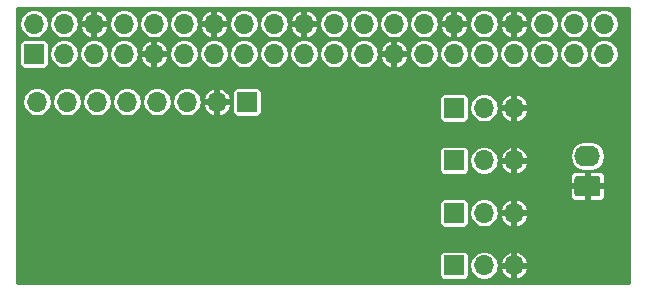
<source format=gbl>
G04 #@! TF.GenerationSoftware,KiCad,Pcbnew,5.0.2-1.fc29*
G04 #@! TF.CreationDate,2019-03-03T12:16:21+01:00*
G04 #@! TF.ProjectId,rpi-extension,7270692d-6578-4746-956e-73696f6e2e6b,rev?*
G04 #@! TF.SameCoordinates,Original*
G04 #@! TF.FileFunction,Copper,L2,Bot*
G04 #@! TF.FilePolarity,Positive*
%FSLAX46Y46*%
G04 Gerber Fmt 4.6, Leading zero omitted, Abs format (unit mm)*
G04 Created by KiCad (PCBNEW 5.0.2-1.fc29) date Sun 03 Mar 2019 12:16:21 PM CET*
%MOMM*%
%LPD*%
G01*
G04 APERTURE LIST*
G04 #@! TA.AperFunction,ComponentPad*
%ADD10O,2.200000X1.740000*%
G04 #@! TD*
G04 #@! TA.AperFunction,Conductor*
%ADD11C,0.100000*%
G04 #@! TD*
G04 #@! TA.AperFunction,ComponentPad*
%ADD12C,1.740000*%
G04 #@! TD*
G04 #@! TA.AperFunction,ComponentPad*
%ADD13O,1.700000X1.700000*%
G04 #@! TD*
G04 #@! TA.AperFunction,ComponentPad*
%ADD14R,1.700000X1.700000*%
G04 #@! TD*
G04 #@! TA.AperFunction,ViaPad*
%ADD15C,1.524000*%
G04 #@! TD*
G04 #@! TA.AperFunction,Conductor*
%ADD16C,0.254000*%
G04 #@! TD*
G04 APERTURE END LIST*
D10*
G04 #@! TO.P,J7,2*
G04 #@! TO.N,+5V*
X135763000Y-84074000D03*
D11*
G04 #@! TD*
G04 #@! TO.N,GND*
G04 #@! TO.C,J7*
G36*
X136637505Y-85745204D02*
X136661773Y-85748804D01*
X136685572Y-85754765D01*
X136708671Y-85763030D01*
X136730850Y-85773520D01*
X136751893Y-85786132D01*
X136771599Y-85800747D01*
X136789777Y-85817223D01*
X136806253Y-85835401D01*
X136820868Y-85855107D01*
X136833480Y-85876150D01*
X136843970Y-85898329D01*
X136852235Y-85921428D01*
X136858196Y-85945227D01*
X136861796Y-85969495D01*
X136863000Y-85993999D01*
X136863000Y-87234001D01*
X136861796Y-87258505D01*
X136858196Y-87282773D01*
X136852235Y-87306572D01*
X136843970Y-87329671D01*
X136833480Y-87351850D01*
X136820868Y-87372893D01*
X136806253Y-87392599D01*
X136789777Y-87410777D01*
X136771599Y-87427253D01*
X136751893Y-87441868D01*
X136730850Y-87454480D01*
X136708671Y-87464970D01*
X136685572Y-87473235D01*
X136661773Y-87479196D01*
X136637505Y-87482796D01*
X136613001Y-87484000D01*
X134912999Y-87484000D01*
X134888495Y-87482796D01*
X134864227Y-87479196D01*
X134840428Y-87473235D01*
X134817329Y-87464970D01*
X134795150Y-87454480D01*
X134774107Y-87441868D01*
X134754401Y-87427253D01*
X134736223Y-87410777D01*
X134719747Y-87392599D01*
X134705132Y-87372893D01*
X134692520Y-87351850D01*
X134682030Y-87329671D01*
X134673765Y-87306572D01*
X134667804Y-87282773D01*
X134664204Y-87258505D01*
X134663000Y-87234001D01*
X134663000Y-85993999D01*
X134664204Y-85969495D01*
X134667804Y-85945227D01*
X134673765Y-85921428D01*
X134682030Y-85898329D01*
X134692520Y-85876150D01*
X134705132Y-85855107D01*
X134719747Y-85835401D01*
X134736223Y-85817223D01*
X134754401Y-85800747D01*
X134774107Y-85786132D01*
X134795150Y-85773520D01*
X134817329Y-85763030D01*
X134840428Y-85754765D01*
X134864227Y-85748804D01*
X134888495Y-85745204D01*
X134912999Y-85744000D01*
X136613001Y-85744000D01*
X136637505Y-85745204D01*
X136637505Y-85745204D01*
G37*
D12*
G04 #@! TO.P,J7,1*
G04 #@! TO.N,GND*
X135763000Y-86614000D03*
G04 #@! TD*
D13*
G04 #@! TO.P,J1,40*
G04 #@! TO.N,Net-(J1-Pad40)*
X137160000Y-72898000D03*
G04 #@! TO.P,J1,39*
G04 #@! TO.N,Net-(J1-Pad39)*
X137160000Y-75438000D03*
G04 #@! TO.P,J1,38*
G04 #@! TO.N,Net-(J1-Pad38)*
X134620000Y-72898000D03*
G04 #@! TO.P,J1,37*
G04 #@! TO.N,Net-(J1-Pad37)*
X134620000Y-75438000D03*
G04 #@! TO.P,J1,36*
G04 #@! TO.N,Net-(J1-Pad36)*
X132080000Y-72898000D03*
G04 #@! TO.P,J1,35*
G04 #@! TO.N,Net-(J1-Pad35)*
X132080000Y-75438000D03*
G04 #@! TO.P,J1,34*
G04 #@! TO.N,GND*
X129540000Y-72898000D03*
G04 #@! TO.P,J1,33*
G04 #@! TO.N,Net-(J1-Pad33)*
X129540000Y-75438000D03*
G04 #@! TO.P,J1,32*
G04 #@! TO.N,Net-(J1-Pad32)*
X127000000Y-72898000D03*
G04 #@! TO.P,J1,31*
G04 #@! TO.N,Net-(J1-Pad31)*
X127000000Y-75438000D03*
G04 #@! TO.P,J1,30*
G04 #@! TO.N,GND*
X124460000Y-72898000D03*
G04 #@! TO.P,J1,29*
G04 #@! TO.N,Net-(J1-Pad29)*
X124460000Y-75438000D03*
G04 #@! TO.P,J1,28*
G04 #@! TO.N,Net-(J1-Pad28)*
X121920000Y-72898000D03*
G04 #@! TO.P,J1,27*
G04 #@! TO.N,Net-(J1-Pad27)*
X121920000Y-75438000D03*
G04 #@! TO.P,J1,26*
G04 #@! TO.N,Net-(J1-Pad26)*
X119380000Y-72898000D03*
G04 #@! TO.P,J1,25*
G04 #@! TO.N,GND*
X119380000Y-75438000D03*
G04 #@! TO.P,J1,24*
G04 #@! TO.N,Net-(J1-Pad24)*
X116840000Y-72898000D03*
G04 #@! TO.P,J1,23*
G04 #@! TO.N,Net-(J1-Pad23)*
X116840000Y-75438000D03*
G04 #@! TO.P,J1,22*
G04 #@! TO.N,Net-(J1-Pad22)*
X114300000Y-72898000D03*
G04 #@! TO.P,J1,21*
G04 #@! TO.N,Net-(J1-Pad21)*
X114300000Y-75438000D03*
G04 #@! TO.P,J1,20*
G04 #@! TO.N,GND*
X111760000Y-72898000D03*
G04 #@! TO.P,J1,19*
G04 #@! TO.N,Net-(J1-Pad19)*
X111760000Y-75438000D03*
G04 #@! TO.P,J1,18*
G04 #@! TO.N,Net-(J1-Pad18)*
X109220000Y-72898000D03*
G04 #@! TO.P,J1,17*
G04 #@! TO.N,Net-(J1-Pad17)*
X109220000Y-75438000D03*
G04 #@! TO.P,J1,16*
G04 #@! TO.N,Net-(J1-Pad16)*
X106680000Y-72898000D03*
G04 #@! TO.P,J1,15*
G04 #@! TO.N,Net-(J1-Pad15)*
X106680000Y-75438000D03*
G04 #@! TO.P,J1,14*
G04 #@! TO.N,GND*
X104140000Y-72898000D03*
G04 #@! TO.P,J1,13*
G04 #@! TO.N,Net-(J1-Pad13)*
X104140000Y-75438000D03*
G04 #@! TO.P,J1,12*
G04 #@! TO.N,Net-(J1-Pad12)*
X101600000Y-72898000D03*
G04 #@! TO.P,J1,11*
G04 #@! TO.N,Net-(J1-Pad11)*
X101600000Y-75438000D03*
G04 #@! TO.P,J1,10*
G04 #@! TO.N,Net-(J1-Pad10)*
X99060000Y-72898000D03*
G04 #@! TO.P,J1,9*
G04 #@! TO.N,GND*
X99060000Y-75438000D03*
G04 #@! TO.P,J1,8*
G04 #@! TO.N,Net-(J1-Pad8)*
X96520000Y-72898000D03*
G04 #@! TO.P,J1,7*
G04 #@! TO.N,Net-(J1-Pad7)*
X96520000Y-75438000D03*
G04 #@! TO.P,J1,6*
G04 #@! TO.N,GND*
X93980000Y-72898000D03*
G04 #@! TO.P,J1,5*
G04 #@! TO.N,/SCL*
X93980000Y-75438000D03*
G04 #@! TO.P,J1,4*
G04 #@! TO.N,+5V*
X91440000Y-72898000D03*
G04 #@! TO.P,J1,3*
G04 #@! TO.N,/SDA*
X91440000Y-75438000D03*
G04 #@! TO.P,J1,2*
G04 #@! TO.N,+5V*
X88900000Y-72898000D03*
D14*
G04 #@! TO.P,J1,1*
G04 #@! TO.N,Net-(J1-Pad1)*
X88900000Y-75438000D03*
G04 #@! TD*
D13*
G04 #@! TO.P,J2,8*
G04 #@! TO.N,Net-(J2-Pad8)*
X89154000Y-79502000D03*
G04 #@! TO.P,J2,7*
G04 #@! TO.N,Net-(J2-Pad7)*
X91694000Y-79502000D03*
G04 #@! TO.P,J2,6*
G04 #@! TO.N,Net-(J2-Pad6)*
X94234000Y-79502000D03*
G04 #@! TO.P,J2,5*
G04 #@! TO.N,Net-(J2-Pad5)*
X96774000Y-79502000D03*
G04 #@! TO.P,J2,4*
G04 #@! TO.N,/SDA*
X99314000Y-79502000D03*
G04 #@! TO.P,J2,3*
G04 #@! TO.N,/SCL*
X101854000Y-79502000D03*
G04 #@! TO.P,J2,2*
G04 #@! TO.N,GND*
X104394000Y-79502000D03*
D14*
G04 #@! TO.P,J2,1*
G04 #@! TO.N,+5V*
X106934000Y-79502000D03*
G04 #@! TD*
D13*
G04 #@! TO.P,J3,3*
G04 #@! TO.N,GND*
X129540000Y-93345000D03*
G04 #@! TO.P,J3,2*
G04 #@! TO.N,+5V*
X127000000Y-93345000D03*
D14*
G04 #@! TO.P,J3,1*
G04 #@! TO.N,Net-(J3-Pad1)*
X124460000Y-93345000D03*
G04 #@! TD*
D13*
G04 #@! TO.P,J4,3*
G04 #@! TO.N,GND*
X129540000Y-88900000D03*
G04 #@! TO.P,J4,2*
G04 #@! TO.N,+5V*
X127000000Y-88900000D03*
D14*
G04 #@! TO.P,J4,1*
G04 #@! TO.N,Net-(J4-Pad1)*
X124460000Y-88900000D03*
G04 #@! TD*
D13*
G04 #@! TO.P,J5,3*
G04 #@! TO.N,GND*
X129540000Y-84455000D03*
G04 #@! TO.P,J5,2*
G04 #@! TO.N,+5V*
X127000000Y-84455000D03*
D14*
G04 #@! TO.P,J5,1*
G04 #@! TO.N,Net-(J5-Pad1)*
X124460000Y-84455000D03*
G04 #@! TD*
D13*
G04 #@! TO.P,J6,3*
G04 #@! TO.N,GND*
X129540000Y-80010000D03*
G04 #@! TO.P,J6,2*
G04 #@! TO.N,+5V*
X127000000Y-80010000D03*
D14*
G04 #@! TO.P,J6,1*
G04 #@! TO.N,Net-(J6-Pad1)*
X124460000Y-80010000D03*
G04 #@! TD*
D15*
G04 #@! TO.N,GND*
X108966000Y-85039200D03*
X116687600Y-91135200D03*
X117297200Y-79298800D03*
G04 #@! TD*
D16*
G04 #@! TO.N,GND*
G36*
X139244000Y-94794000D02*
X87451000Y-94794000D01*
X87451000Y-92495000D01*
X123221536Y-92495000D01*
X123221536Y-94195000D01*
X123251106Y-94343659D01*
X123335314Y-94469686D01*
X123461341Y-94553894D01*
X123610000Y-94583464D01*
X125310000Y-94583464D01*
X125458659Y-94553894D01*
X125584686Y-94469686D01*
X125668894Y-94343659D01*
X125698464Y-94195000D01*
X125698464Y-93345000D01*
X125744884Y-93345000D01*
X125840424Y-93825312D01*
X126112499Y-94232501D01*
X126519688Y-94504576D01*
X126878761Y-94576000D01*
X127121239Y-94576000D01*
X127480312Y-94504576D01*
X127887501Y-94232501D01*
X128159576Y-93825312D01*
X128192064Y-93661982D01*
X128350499Y-93661982D01*
X128562348Y-94093056D01*
X128923036Y-94410245D01*
X129223020Y-94534489D01*
X129413000Y-94473627D01*
X129413000Y-93472000D01*
X129667000Y-93472000D01*
X129667000Y-94473627D01*
X129856980Y-94534489D01*
X130156964Y-94410245D01*
X130517652Y-94093056D01*
X130729501Y-93661982D01*
X130669193Y-93472000D01*
X129667000Y-93472000D01*
X129413000Y-93472000D01*
X128410807Y-93472000D01*
X128350499Y-93661982D01*
X128192064Y-93661982D01*
X128255116Y-93345000D01*
X128192065Y-93028018D01*
X128350499Y-93028018D01*
X128410807Y-93218000D01*
X129413000Y-93218000D01*
X129413000Y-92216373D01*
X129667000Y-92216373D01*
X129667000Y-93218000D01*
X130669193Y-93218000D01*
X130729501Y-93028018D01*
X130517652Y-92596944D01*
X130156964Y-92279755D01*
X129856980Y-92155511D01*
X129667000Y-92216373D01*
X129413000Y-92216373D01*
X129223020Y-92155511D01*
X128923036Y-92279755D01*
X128562348Y-92596944D01*
X128350499Y-93028018D01*
X128192065Y-93028018D01*
X128159576Y-92864688D01*
X127887501Y-92457499D01*
X127480312Y-92185424D01*
X127121239Y-92114000D01*
X126878761Y-92114000D01*
X126519688Y-92185424D01*
X126112499Y-92457499D01*
X125840424Y-92864688D01*
X125744884Y-93345000D01*
X125698464Y-93345000D01*
X125698464Y-92495000D01*
X125668894Y-92346341D01*
X125584686Y-92220314D01*
X125458659Y-92136106D01*
X125310000Y-92106536D01*
X123610000Y-92106536D01*
X123461341Y-92136106D01*
X123335314Y-92220314D01*
X123251106Y-92346341D01*
X123221536Y-92495000D01*
X87451000Y-92495000D01*
X87451000Y-88050000D01*
X123221536Y-88050000D01*
X123221536Y-89750000D01*
X123251106Y-89898659D01*
X123335314Y-90024686D01*
X123461341Y-90108894D01*
X123610000Y-90138464D01*
X125310000Y-90138464D01*
X125458659Y-90108894D01*
X125584686Y-90024686D01*
X125668894Y-89898659D01*
X125698464Y-89750000D01*
X125698464Y-88900000D01*
X125744884Y-88900000D01*
X125840424Y-89380312D01*
X126112499Y-89787501D01*
X126519688Y-90059576D01*
X126878761Y-90131000D01*
X127121239Y-90131000D01*
X127480312Y-90059576D01*
X127887501Y-89787501D01*
X128159576Y-89380312D01*
X128192064Y-89216982D01*
X128350499Y-89216982D01*
X128562348Y-89648056D01*
X128923036Y-89965245D01*
X129223020Y-90089489D01*
X129413000Y-90028627D01*
X129413000Y-89027000D01*
X129667000Y-89027000D01*
X129667000Y-90028627D01*
X129856980Y-90089489D01*
X130156964Y-89965245D01*
X130517652Y-89648056D01*
X130729501Y-89216982D01*
X130669193Y-89027000D01*
X129667000Y-89027000D01*
X129413000Y-89027000D01*
X128410807Y-89027000D01*
X128350499Y-89216982D01*
X128192064Y-89216982D01*
X128255116Y-88900000D01*
X128192065Y-88583018D01*
X128350499Y-88583018D01*
X128410807Y-88773000D01*
X129413000Y-88773000D01*
X129413000Y-87771373D01*
X129667000Y-87771373D01*
X129667000Y-88773000D01*
X130669193Y-88773000D01*
X130729501Y-88583018D01*
X130517652Y-88151944D01*
X130156964Y-87834755D01*
X129856980Y-87710511D01*
X129667000Y-87771373D01*
X129413000Y-87771373D01*
X129223020Y-87710511D01*
X128923036Y-87834755D01*
X128562348Y-88151944D01*
X128350499Y-88583018D01*
X128192065Y-88583018D01*
X128159576Y-88419688D01*
X127887501Y-88012499D01*
X127480312Y-87740424D01*
X127121239Y-87669000D01*
X126878761Y-87669000D01*
X126519688Y-87740424D01*
X126112499Y-88012499D01*
X125840424Y-88419688D01*
X125744884Y-88900000D01*
X125698464Y-88900000D01*
X125698464Y-88050000D01*
X125668894Y-87901341D01*
X125584686Y-87775314D01*
X125458659Y-87691106D01*
X125310000Y-87661536D01*
X123610000Y-87661536D01*
X123461341Y-87691106D01*
X123335314Y-87775314D01*
X123251106Y-87901341D01*
X123221536Y-88050000D01*
X87451000Y-88050000D01*
X87451000Y-86836250D01*
X134282000Y-86836250D01*
X134282000Y-87559786D01*
X134340004Y-87699820D01*
X134447181Y-87806996D01*
X134587215Y-87865000D01*
X135540750Y-87865000D01*
X135636000Y-87769750D01*
X135636000Y-86741000D01*
X135890000Y-86741000D01*
X135890000Y-87769750D01*
X135985250Y-87865000D01*
X136938785Y-87865000D01*
X137078819Y-87806996D01*
X137185996Y-87699820D01*
X137244000Y-87559786D01*
X137244000Y-86836250D01*
X137148750Y-86741000D01*
X135890000Y-86741000D01*
X135636000Y-86741000D01*
X134377250Y-86741000D01*
X134282000Y-86836250D01*
X87451000Y-86836250D01*
X87451000Y-83605000D01*
X123221536Y-83605000D01*
X123221536Y-85305000D01*
X123251106Y-85453659D01*
X123335314Y-85579686D01*
X123461341Y-85663894D01*
X123610000Y-85693464D01*
X125310000Y-85693464D01*
X125458659Y-85663894D01*
X125584686Y-85579686D01*
X125668894Y-85453659D01*
X125698464Y-85305000D01*
X125698464Y-84455000D01*
X125744884Y-84455000D01*
X125840424Y-84935312D01*
X126112499Y-85342501D01*
X126519688Y-85614576D01*
X126878761Y-85686000D01*
X127121239Y-85686000D01*
X127210655Y-85668214D01*
X134282000Y-85668214D01*
X134282000Y-86391750D01*
X134377250Y-86487000D01*
X135636000Y-86487000D01*
X135636000Y-85458250D01*
X135890000Y-85458250D01*
X135890000Y-86487000D01*
X137148750Y-86487000D01*
X137244000Y-86391750D01*
X137244000Y-85668214D01*
X137185996Y-85528180D01*
X137078819Y-85421004D01*
X136938785Y-85363000D01*
X135985250Y-85363000D01*
X135890000Y-85458250D01*
X135636000Y-85458250D01*
X135540750Y-85363000D01*
X134587215Y-85363000D01*
X134447181Y-85421004D01*
X134340004Y-85528180D01*
X134282000Y-85668214D01*
X127210655Y-85668214D01*
X127480312Y-85614576D01*
X127887501Y-85342501D01*
X128159576Y-84935312D01*
X128192064Y-84771982D01*
X128350499Y-84771982D01*
X128562348Y-85203056D01*
X128923036Y-85520245D01*
X129223020Y-85644489D01*
X129413000Y-85583627D01*
X129413000Y-84582000D01*
X129667000Y-84582000D01*
X129667000Y-85583627D01*
X129856980Y-85644489D01*
X130156964Y-85520245D01*
X130517652Y-85203056D01*
X130729501Y-84771982D01*
X130669193Y-84582000D01*
X129667000Y-84582000D01*
X129413000Y-84582000D01*
X128410807Y-84582000D01*
X128350499Y-84771982D01*
X128192064Y-84771982D01*
X128255116Y-84455000D01*
X128192065Y-84138018D01*
X128350499Y-84138018D01*
X128410807Y-84328000D01*
X129413000Y-84328000D01*
X129413000Y-83326373D01*
X129667000Y-83326373D01*
X129667000Y-84328000D01*
X130669193Y-84328000D01*
X130729501Y-84138018D01*
X130698040Y-84074000D01*
X134257492Y-84074000D01*
X134354584Y-84562116D01*
X134631080Y-84975920D01*
X135044884Y-85252416D01*
X135409790Y-85325000D01*
X136116210Y-85325000D01*
X136481116Y-85252416D01*
X136894920Y-84975920D01*
X137171416Y-84562116D01*
X137268508Y-84074000D01*
X137171416Y-83585884D01*
X136894920Y-83172080D01*
X136481116Y-82895584D01*
X136116210Y-82823000D01*
X135409790Y-82823000D01*
X135044884Y-82895584D01*
X134631080Y-83172080D01*
X134354584Y-83585884D01*
X134257492Y-84074000D01*
X130698040Y-84074000D01*
X130517652Y-83706944D01*
X130156964Y-83389755D01*
X129856980Y-83265511D01*
X129667000Y-83326373D01*
X129413000Y-83326373D01*
X129223020Y-83265511D01*
X128923036Y-83389755D01*
X128562348Y-83706944D01*
X128350499Y-84138018D01*
X128192065Y-84138018D01*
X128159576Y-83974688D01*
X127887501Y-83567499D01*
X127480312Y-83295424D01*
X127121239Y-83224000D01*
X126878761Y-83224000D01*
X126519688Y-83295424D01*
X126112499Y-83567499D01*
X125840424Y-83974688D01*
X125744884Y-84455000D01*
X125698464Y-84455000D01*
X125698464Y-83605000D01*
X125668894Y-83456341D01*
X125584686Y-83330314D01*
X125458659Y-83246106D01*
X125310000Y-83216536D01*
X123610000Y-83216536D01*
X123461341Y-83246106D01*
X123335314Y-83330314D01*
X123251106Y-83456341D01*
X123221536Y-83605000D01*
X87451000Y-83605000D01*
X87451000Y-79502000D01*
X87898884Y-79502000D01*
X87994424Y-79982312D01*
X88266499Y-80389501D01*
X88673688Y-80661576D01*
X89032761Y-80733000D01*
X89275239Y-80733000D01*
X89634312Y-80661576D01*
X90041501Y-80389501D01*
X90313576Y-79982312D01*
X90409116Y-79502000D01*
X90438884Y-79502000D01*
X90534424Y-79982312D01*
X90806499Y-80389501D01*
X91213688Y-80661576D01*
X91572761Y-80733000D01*
X91815239Y-80733000D01*
X92174312Y-80661576D01*
X92581501Y-80389501D01*
X92853576Y-79982312D01*
X92949116Y-79502000D01*
X92978884Y-79502000D01*
X93074424Y-79982312D01*
X93346499Y-80389501D01*
X93753688Y-80661576D01*
X94112761Y-80733000D01*
X94355239Y-80733000D01*
X94714312Y-80661576D01*
X95121501Y-80389501D01*
X95393576Y-79982312D01*
X95489116Y-79502000D01*
X95518884Y-79502000D01*
X95614424Y-79982312D01*
X95886499Y-80389501D01*
X96293688Y-80661576D01*
X96652761Y-80733000D01*
X96895239Y-80733000D01*
X97254312Y-80661576D01*
X97661501Y-80389501D01*
X97933576Y-79982312D01*
X98029116Y-79502000D01*
X98058884Y-79502000D01*
X98154424Y-79982312D01*
X98426499Y-80389501D01*
X98833688Y-80661576D01*
X99192761Y-80733000D01*
X99435239Y-80733000D01*
X99794312Y-80661576D01*
X100201501Y-80389501D01*
X100473576Y-79982312D01*
X100569116Y-79502000D01*
X100598884Y-79502000D01*
X100694424Y-79982312D01*
X100966499Y-80389501D01*
X101373688Y-80661576D01*
X101732761Y-80733000D01*
X101975239Y-80733000D01*
X102334312Y-80661576D01*
X102741501Y-80389501D01*
X103013576Y-79982312D01*
X103046064Y-79818982D01*
X103204499Y-79818982D01*
X103416348Y-80250056D01*
X103777036Y-80567245D01*
X104077020Y-80691489D01*
X104267000Y-80630627D01*
X104267000Y-79629000D01*
X104521000Y-79629000D01*
X104521000Y-80630627D01*
X104710980Y-80691489D01*
X105010964Y-80567245D01*
X105371652Y-80250056D01*
X105583501Y-79818982D01*
X105523193Y-79629000D01*
X104521000Y-79629000D01*
X104267000Y-79629000D01*
X103264807Y-79629000D01*
X103204499Y-79818982D01*
X103046064Y-79818982D01*
X103109116Y-79502000D01*
X103046065Y-79185018D01*
X103204499Y-79185018D01*
X103264807Y-79375000D01*
X104267000Y-79375000D01*
X104267000Y-78373373D01*
X104521000Y-78373373D01*
X104521000Y-79375000D01*
X105523193Y-79375000D01*
X105583501Y-79185018D01*
X105371652Y-78753944D01*
X105255728Y-78652000D01*
X105695536Y-78652000D01*
X105695536Y-80352000D01*
X105725106Y-80500659D01*
X105809314Y-80626686D01*
X105935341Y-80710894D01*
X106084000Y-80740464D01*
X107784000Y-80740464D01*
X107932659Y-80710894D01*
X108058686Y-80626686D01*
X108142894Y-80500659D01*
X108172464Y-80352000D01*
X108172464Y-79160000D01*
X123221536Y-79160000D01*
X123221536Y-80860000D01*
X123251106Y-81008659D01*
X123335314Y-81134686D01*
X123461341Y-81218894D01*
X123610000Y-81248464D01*
X125310000Y-81248464D01*
X125458659Y-81218894D01*
X125584686Y-81134686D01*
X125668894Y-81008659D01*
X125698464Y-80860000D01*
X125698464Y-80010000D01*
X125744884Y-80010000D01*
X125840424Y-80490312D01*
X126112499Y-80897501D01*
X126519688Y-81169576D01*
X126878761Y-81241000D01*
X127121239Y-81241000D01*
X127480312Y-81169576D01*
X127887501Y-80897501D01*
X128159576Y-80490312D01*
X128192064Y-80326982D01*
X128350499Y-80326982D01*
X128562348Y-80758056D01*
X128923036Y-81075245D01*
X129223020Y-81199489D01*
X129413000Y-81138627D01*
X129413000Y-80137000D01*
X129667000Y-80137000D01*
X129667000Y-81138627D01*
X129856980Y-81199489D01*
X130156964Y-81075245D01*
X130517652Y-80758056D01*
X130729501Y-80326982D01*
X130669193Y-80137000D01*
X129667000Y-80137000D01*
X129413000Y-80137000D01*
X128410807Y-80137000D01*
X128350499Y-80326982D01*
X128192064Y-80326982D01*
X128255116Y-80010000D01*
X128192065Y-79693018D01*
X128350499Y-79693018D01*
X128410807Y-79883000D01*
X129413000Y-79883000D01*
X129413000Y-78881373D01*
X129667000Y-78881373D01*
X129667000Y-79883000D01*
X130669193Y-79883000D01*
X130729501Y-79693018D01*
X130517652Y-79261944D01*
X130156964Y-78944755D01*
X129856980Y-78820511D01*
X129667000Y-78881373D01*
X129413000Y-78881373D01*
X129223020Y-78820511D01*
X128923036Y-78944755D01*
X128562348Y-79261944D01*
X128350499Y-79693018D01*
X128192065Y-79693018D01*
X128159576Y-79529688D01*
X127887501Y-79122499D01*
X127480312Y-78850424D01*
X127121239Y-78779000D01*
X126878761Y-78779000D01*
X126519688Y-78850424D01*
X126112499Y-79122499D01*
X125840424Y-79529688D01*
X125744884Y-80010000D01*
X125698464Y-80010000D01*
X125698464Y-79160000D01*
X125668894Y-79011341D01*
X125584686Y-78885314D01*
X125458659Y-78801106D01*
X125310000Y-78771536D01*
X123610000Y-78771536D01*
X123461341Y-78801106D01*
X123335314Y-78885314D01*
X123251106Y-79011341D01*
X123221536Y-79160000D01*
X108172464Y-79160000D01*
X108172464Y-78652000D01*
X108142894Y-78503341D01*
X108058686Y-78377314D01*
X107932659Y-78293106D01*
X107784000Y-78263536D01*
X106084000Y-78263536D01*
X105935341Y-78293106D01*
X105809314Y-78377314D01*
X105725106Y-78503341D01*
X105695536Y-78652000D01*
X105255728Y-78652000D01*
X105010964Y-78436755D01*
X104710980Y-78312511D01*
X104521000Y-78373373D01*
X104267000Y-78373373D01*
X104077020Y-78312511D01*
X103777036Y-78436755D01*
X103416348Y-78753944D01*
X103204499Y-79185018D01*
X103046065Y-79185018D01*
X103013576Y-79021688D01*
X102741501Y-78614499D01*
X102334312Y-78342424D01*
X101975239Y-78271000D01*
X101732761Y-78271000D01*
X101373688Y-78342424D01*
X100966499Y-78614499D01*
X100694424Y-79021688D01*
X100598884Y-79502000D01*
X100569116Y-79502000D01*
X100473576Y-79021688D01*
X100201501Y-78614499D01*
X99794312Y-78342424D01*
X99435239Y-78271000D01*
X99192761Y-78271000D01*
X98833688Y-78342424D01*
X98426499Y-78614499D01*
X98154424Y-79021688D01*
X98058884Y-79502000D01*
X98029116Y-79502000D01*
X97933576Y-79021688D01*
X97661501Y-78614499D01*
X97254312Y-78342424D01*
X96895239Y-78271000D01*
X96652761Y-78271000D01*
X96293688Y-78342424D01*
X95886499Y-78614499D01*
X95614424Y-79021688D01*
X95518884Y-79502000D01*
X95489116Y-79502000D01*
X95393576Y-79021688D01*
X95121501Y-78614499D01*
X94714312Y-78342424D01*
X94355239Y-78271000D01*
X94112761Y-78271000D01*
X93753688Y-78342424D01*
X93346499Y-78614499D01*
X93074424Y-79021688D01*
X92978884Y-79502000D01*
X92949116Y-79502000D01*
X92853576Y-79021688D01*
X92581501Y-78614499D01*
X92174312Y-78342424D01*
X91815239Y-78271000D01*
X91572761Y-78271000D01*
X91213688Y-78342424D01*
X90806499Y-78614499D01*
X90534424Y-79021688D01*
X90438884Y-79502000D01*
X90409116Y-79502000D01*
X90313576Y-79021688D01*
X90041501Y-78614499D01*
X89634312Y-78342424D01*
X89275239Y-78271000D01*
X89032761Y-78271000D01*
X88673688Y-78342424D01*
X88266499Y-78614499D01*
X87994424Y-79021688D01*
X87898884Y-79502000D01*
X87451000Y-79502000D01*
X87451000Y-74588000D01*
X87661536Y-74588000D01*
X87661536Y-76288000D01*
X87691106Y-76436659D01*
X87775314Y-76562686D01*
X87901341Y-76646894D01*
X88050000Y-76676464D01*
X89750000Y-76676464D01*
X89898659Y-76646894D01*
X90024686Y-76562686D01*
X90108894Y-76436659D01*
X90138464Y-76288000D01*
X90138464Y-75438000D01*
X90184884Y-75438000D01*
X90280424Y-75918312D01*
X90552499Y-76325501D01*
X90959688Y-76597576D01*
X91318761Y-76669000D01*
X91561239Y-76669000D01*
X91920312Y-76597576D01*
X92327501Y-76325501D01*
X92599576Y-75918312D01*
X92695116Y-75438000D01*
X92724884Y-75438000D01*
X92820424Y-75918312D01*
X93092499Y-76325501D01*
X93499688Y-76597576D01*
X93858761Y-76669000D01*
X94101239Y-76669000D01*
X94460312Y-76597576D01*
X94867501Y-76325501D01*
X95139576Y-75918312D01*
X95235116Y-75438000D01*
X95264884Y-75438000D01*
X95360424Y-75918312D01*
X95632499Y-76325501D01*
X96039688Y-76597576D01*
X96398761Y-76669000D01*
X96641239Y-76669000D01*
X97000312Y-76597576D01*
X97407501Y-76325501D01*
X97679576Y-75918312D01*
X97712064Y-75754982D01*
X97870499Y-75754982D01*
X98082348Y-76186056D01*
X98443036Y-76503245D01*
X98743020Y-76627489D01*
X98933000Y-76566627D01*
X98933000Y-75565000D01*
X99187000Y-75565000D01*
X99187000Y-76566627D01*
X99376980Y-76627489D01*
X99676964Y-76503245D01*
X100037652Y-76186056D01*
X100249501Y-75754982D01*
X100189193Y-75565000D01*
X99187000Y-75565000D01*
X98933000Y-75565000D01*
X97930807Y-75565000D01*
X97870499Y-75754982D01*
X97712064Y-75754982D01*
X97775116Y-75438000D01*
X100344884Y-75438000D01*
X100440424Y-75918312D01*
X100712499Y-76325501D01*
X101119688Y-76597576D01*
X101478761Y-76669000D01*
X101721239Y-76669000D01*
X102080312Y-76597576D01*
X102487501Y-76325501D01*
X102759576Y-75918312D01*
X102855116Y-75438000D01*
X102884884Y-75438000D01*
X102980424Y-75918312D01*
X103252499Y-76325501D01*
X103659688Y-76597576D01*
X104018761Y-76669000D01*
X104261239Y-76669000D01*
X104620312Y-76597576D01*
X105027501Y-76325501D01*
X105299576Y-75918312D01*
X105395116Y-75438000D01*
X105424884Y-75438000D01*
X105520424Y-75918312D01*
X105792499Y-76325501D01*
X106199688Y-76597576D01*
X106558761Y-76669000D01*
X106801239Y-76669000D01*
X107160312Y-76597576D01*
X107567501Y-76325501D01*
X107839576Y-75918312D01*
X107935116Y-75438000D01*
X107964884Y-75438000D01*
X108060424Y-75918312D01*
X108332499Y-76325501D01*
X108739688Y-76597576D01*
X109098761Y-76669000D01*
X109341239Y-76669000D01*
X109700312Y-76597576D01*
X110107501Y-76325501D01*
X110379576Y-75918312D01*
X110475116Y-75438000D01*
X110504884Y-75438000D01*
X110600424Y-75918312D01*
X110872499Y-76325501D01*
X111279688Y-76597576D01*
X111638761Y-76669000D01*
X111881239Y-76669000D01*
X112240312Y-76597576D01*
X112647501Y-76325501D01*
X112919576Y-75918312D01*
X113015116Y-75438000D01*
X113044884Y-75438000D01*
X113140424Y-75918312D01*
X113412499Y-76325501D01*
X113819688Y-76597576D01*
X114178761Y-76669000D01*
X114421239Y-76669000D01*
X114780312Y-76597576D01*
X115187501Y-76325501D01*
X115459576Y-75918312D01*
X115555116Y-75438000D01*
X115584884Y-75438000D01*
X115680424Y-75918312D01*
X115952499Y-76325501D01*
X116359688Y-76597576D01*
X116718761Y-76669000D01*
X116961239Y-76669000D01*
X117320312Y-76597576D01*
X117727501Y-76325501D01*
X117999576Y-75918312D01*
X118032064Y-75754982D01*
X118190499Y-75754982D01*
X118402348Y-76186056D01*
X118763036Y-76503245D01*
X119063020Y-76627489D01*
X119253000Y-76566627D01*
X119253000Y-75565000D01*
X119507000Y-75565000D01*
X119507000Y-76566627D01*
X119696980Y-76627489D01*
X119996964Y-76503245D01*
X120357652Y-76186056D01*
X120569501Y-75754982D01*
X120509193Y-75565000D01*
X119507000Y-75565000D01*
X119253000Y-75565000D01*
X118250807Y-75565000D01*
X118190499Y-75754982D01*
X118032064Y-75754982D01*
X118095116Y-75438000D01*
X120664884Y-75438000D01*
X120760424Y-75918312D01*
X121032499Y-76325501D01*
X121439688Y-76597576D01*
X121798761Y-76669000D01*
X122041239Y-76669000D01*
X122400312Y-76597576D01*
X122807501Y-76325501D01*
X123079576Y-75918312D01*
X123175116Y-75438000D01*
X123204884Y-75438000D01*
X123300424Y-75918312D01*
X123572499Y-76325501D01*
X123979688Y-76597576D01*
X124338761Y-76669000D01*
X124581239Y-76669000D01*
X124940312Y-76597576D01*
X125347501Y-76325501D01*
X125619576Y-75918312D01*
X125715116Y-75438000D01*
X125744884Y-75438000D01*
X125840424Y-75918312D01*
X126112499Y-76325501D01*
X126519688Y-76597576D01*
X126878761Y-76669000D01*
X127121239Y-76669000D01*
X127480312Y-76597576D01*
X127887501Y-76325501D01*
X128159576Y-75918312D01*
X128255116Y-75438000D01*
X128284884Y-75438000D01*
X128380424Y-75918312D01*
X128652499Y-76325501D01*
X129059688Y-76597576D01*
X129418761Y-76669000D01*
X129661239Y-76669000D01*
X130020312Y-76597576D01*
X130427501Y-76325501D01*
X130699576Y-75918312D01*
X130795116Y-75438000D01*
X130824884Y-75438000D01*
X130920424Y-75918312D01*
X131192499Y-76325501D01*
X131599688Y-76597576D01*
X131958761Y-76669000D01*
X132201239Y-76669000D01*
X132560312Y-76597576D01*
X132967501Y-76325501D01*
X133239576Y-75918312D01*
X133335116Y-75438000D01*
X133364884Y-75438000D01*
X133460424Y-75918312D01*
X133732499Y-76325501D01*
X134139688Y-76597576D01*
X134498761Y-76669000D01*
X134741239Y-76669000D01*
X135100312Y-76597576D01*
X135507501Y-76325501D01*
X135779576Y-75918312D01*
X135875116Y-75438000D01*
X135904884Y-75438000D01*
X136000424Y-75918312D01*
X136272499Y-76325501D01*
X136679688Y-76597576D01*
X137038761Y-76669000D01*
X137281239Y-76669000D01*
X137640312Y-76597576D01*
X138047501Y-76325501D01*
X138319576Y-75918312D01*
X138415116Y-75438000D01*
X138319576Y-74957688D01*
X138047501Y-74550499D01*
X137640312Y-74278424D01*
X137281239Y-74207000D01*
X137038761Y-74207000D01*
X136679688Y-74278424D01*
X136272499Y-74550499D01*
X136000424Y-74957688D01*
X135904884Y-75438000D01*
X135875116Y-75438000D01*
X135779576Y-74957688D01*
X135507501Y-74550499D01*
X135100312Y-74278424D01*
X134741239Y-74207000D01*
X134498761Y-74207000D01*
X134139688Y-74278424D01*
X133732499Y-74550499D01*
X133460424Y-74957688D01*
X133364884Y-75438000D01*
X133335116Y-75438000D01*
X133239576Y-74957688D01*
X132967501Y-74550499D01*
X132560312Y-74278424D01*
X132201239Y-74207000D01*
X131958761Y-74207000D01*
X131599688Y-74278424D01*
X131192499Y-74550499D01*
X130920424Y-74957688D01*
X130824884Y-75438000D01*
X130795116Y-75438000D01*
X130699576Y-74957688D01*
X130427501Y-74550499D01*
X130020312Y-74278424D01*
X129661239Y-74207000D01*
X129418761Y-74207000D01*
X129059688Y-74278424D01*
X128652499Y-74550499D01*
X128380424Y-74957688D01*
X128284884Y-75438000D01*
X128255116Y-75438000D01*
X128159576Y-74957688D01*
X127887501Y-74550499D01*
X127480312Y-74278424D01*
X127121239Y-74207000D01*
X126878761Y-74207000D01*
X126519688Y-74278424D01*
X126112499Y-74550499D01*
X125840424Y-74957688D01*
X125744884Y-75438000D01*
X125715116Y-75438000D01*
X125619576Y-74957688D01*
X125347501Y-74550499D01*
X124940312Y-74278424D01*
X124581239Y-74207000D01*
X124338761Y-74207000D01*
X123979688Y-74278424D01*
X123572499Y-74550499D01*
X123300424Y-74957688D01*
X123204884Y-75438000D01*
X123175116Y-75438000D01*
X123079576Y-74957688D01*
X122807501Y-74550499D01*
X122400312Y-74278424D01*
X122041239Y-74207000D01*
X121798761Y-74207000D01*
X121439688Y-74278424D01*
X121032499Y-74550499D01*
X120760424Y-74957688D01*
X120664884Y-75438000D01*
X118095116Y-75438000D01*
X118032065Y-75121018D01*
X118190499Y-75121018D01*
X118250807Y-75311000D01*
X119253000Y-75311000D01*
X119253000Y-74309373D01*
X119507000Y-74309373D01*
X119507000Y-75311000D01*
X120509193Y-75311000D01*
X120569501Y-75121018D01*
X120357652Y-74689944D01*
X119996964Y-74372755D01*
X119696980Y-74248511D01*
X119507000Y-74309373D01*
X119253000Y-74309373D01*
X119063020Y-74248511D01*
X118763036Y-74372755D01*
X118402348Y-74689944D01*
X118190499Y-75121018D01*
X118032065Y-75121018D01*
X117999576Y-74957688D01*
X117727501Y-74550499D01*
X117320312Y-74278424D01*
X116961239Y-74207000D01*
X116718761Y-74207000D01*
X116359688Y-74278424D01*
X115952499Y-74550499D01*
X115680424Y-74957688D01*
X115584884Y-75438000D01*
X115555116Y-75438000D01*
X115459576Y-74957688D01*
X115187501Y-74550499D01*
X114780312Y-74278424D01*
X114421239Y-74207000D01*
X114178761Y-74207000D01*
X113819688Y-74278424D01*
X113412499Y-74550499D01*
X113140424Y-74957688D01*
X113044884Y-75438000D01*
X113015116Y-75438000D01*
X112919576Y-74957688D01*
X112647501Y-74550499D01*
X112240312Y-74278424D01*
X111881239Y-74207000D01*
X111638761Y-74207000D01*
X111279688Y-74278424D01*
X110872499Y-74550499D01*
X110600424Y-74957688D01*
X110504884Y-75438000D01*
X110475116Y-75438000D01*
X110379576Y-74957688D01*
X110107501Y-74550499D01*
X109700312Y-74278424D01*
X109341239Y-74207000D01*
X109098761Y-74207000D01*
X108739688Y-74278424D01*
X108332499Y-74550499D01*
X108060424Y-74957688D01*
X107964884Y-75438000D01*
X107935116Y-75438000D01*
X107839576Y-74957688D01*
X107567501Y-74550499D01*
X107160312Y-74278424D01*
X106801239Y-74207000D01*
X106558761Y-74207000D01*
X106199688Y-74278424D01*
X105792499Y-74550499D01*
X105520424Y-74957688D01*
X105424884Y-75438000D01*
X105395116Y-75438000D01*
X105299576Y-74957688D01*
X105027501Y-74550499D01*
X104620312Y-74278424D01*
X104261239Y-74207000D01*
X104018761Y-74207000D01*
X103659688Y-74278424D01*
X103252499Y-74550499D01*
X102980424Y-74957688D01*
X102884884Y-75438000D01*
X102855116Y-75438000D01*
X102759576Y-74957688D01*
X102487501Y-74550499D01*
X102080312Y-74278424D01*
X101721239Y-74207000D01*
X101478761Y-74207000D01*
X101119688Y-74278424D01*
X100712499Y-74550499D01*
X100440424Y-74957688D01*
X100344884Y-75438000D01*
X97775116Y-75438000D01*
X97712065Y-75121018D01*
X97870499Y-75121018D01*
X97930807Y-75311000D01*
X98933000Y-75311000D01*
X98933000Y-74309373D01*
X99187000Y-74309373D01*
X99187000Y-75311000D01*
X100189193Y-75311000D01*
X100249501Y-75121018D01*
X100037652Y-74689944D01*
X99676964Y-74372755D01*
X99376980Y-74248511D01*
X99187000Y-74309373D01*
X98933000Y-74309373D01*
X98743020Y-74248511D01*
X98443036Y-74372755D01*
X98082348Y-74689944D01*
X97870499Y-75121018D01*
X97712065Y-75121018D01*
X97679576Y-74957688D01*
X97407501Y-74550499D01*
X97000312Y-74278424D01*
X96641239Y-74207000D01*
X96398761Y-74207000D01*
X96039688Y-74278424D01*
X95632499Y-74550499D01*
X95360424Y-74957688D01*
X95264884Y-75438000D01*
X95235116Y-75438000D01*
X95139576Y-74957688D01*
X94867501Y-74550499D01*
X94460312Y-74278424D01*
X94101239Y-74207000D01*
X93858761Y-74207000D01*
X93499688Y-74278424D01*
X93092499Y-74550499D01*
X92820424Y-74957688D01*
X92724884Y-75438000D01*
X92695116Y-75438000D01*
X92599576Y-74957688D01*
X92327501Y-74550499D01*
X91920312Y-74278424D01*
X91561239Y-74207000D01*
X91318761Y-74207000D01*
X90959688Y-74278424D01*
X90552499Y-74550499D01*
X90280424Y-74957688D01*
X90184884Y-75438000D01*
X90138464Y-75438000D01*
X90138464Y-74588000D01*
X90108894Y-74439341D01*
X90024686Y-74313314D01*
X89898659Y-74229106D01*
X89750000Y-74199536D01*
X88050000Y-74199536D01*
X87901341Y-74229106D01*
X87775314Y-74313314D01*
X87691106Y-74439341D01*
X87661536Y-74588000D01*
X87451000Y-74588000D01*
X87451000Y-72898000D01*
X87644884Y-72898000D01*
X87740424Y-73378312D01*
X88012499Y-73785501D01*
X88419688Y-74057576D01*
X88778761Y-74129000D01*
X89021239Y-74129000D01*
X89380312Y-74057576D01*
X89787501Y-73785501D01*
X90059576Y-73378312D01*
X90155116Y-72898000D01*
X90184884Y-72898000D01*
X90280424Y-73378312D01*
X90552499Y-73785501D01*
X90959688Y-74057576D01*
X91318761Y-74129000D01*
X91561239Y-74129000D01*
X91920312Y-74057576D01*
X92327501Y-73785501D01*
X92599576Y-73378312D01*
X92632064Y-73214982D01*
X92790499Y-73214982D01*
X93002348Y-73646056D01*
X93363036Y-73963245D01*
X93663020Y-74087489D01*
X93853000Y-74026627D01*
X93853000Y-73025000D01*
X94107000Y-73025000D01*
X94107000Y-74026627D01*
X94296980Y-74087489D01*
X94596964Y-73963245D01*
X94957652Y-73646056D01*
X95169501Y-73214982D01*
X95109193Y-73025000D01*
X94107000Y-73025000D01*
X93853000Y-73025000D01*
X92850807Y-73025000D01*
X92790499Y-73214982D01*
X92632064Y-73214982D01*
X92695116Y-72898000D01*
X95264884Y-72898000D01*
X95360424Y-73378312D01*
X95632499Y-73785501D01*
X96039688Y-74057576D01*
X96398761Y-74129000D01*
X96641239Y-74129000D01*
X97000312Y-74057576D01*
X97407501Y-73785501D01*
X97679576Y-73378312D01*
X97775116Y-72898000D01*
X97804884Y-72898000D01*
X97900424Y-73378312D01*
X98172499Y-73785501D01*
X98579688Y-74057576D01*
X98938761Y-74129000D01*
X99181239Y-74129000D01*
X99540312Y-74057576D01*
X99947501Y-73785501D01*
X100219576Y-73378312D01*
X100315116Y-72898000D01*
X100344884Y-72898000D01*
X100440424Y-73378312D01*
X100712499Y-73785501D01*
X101119688Y-74057576D01*
X101478761Y-74129000D01*
X101721239Y-74129000D01*
X102080312Y-74057576D01*
X102487501Y-73785501D01*
X102759576Y-73378312D01*
X102792064Y-73214982D01*
X102950499Y-73214982D01*
X103162348Y-73646056D01*
X103523036Y-73963245D01*
X103823020Y-74087489D01*
X104013000Y-74026627D01*
X104013000Y-73025000D01*
X104267000Y-73025000D01*
X104267000Y-74026627D01*
X104456980Y-74087489D01*
X104756964Y-73963245D01*
X105117652Y-73646056D01*
X105329501Y-73214982D01*
X105269193Y-73025000D01*
X104267000Y-73025000D01*
X104013000Y-73025000D01*
X103010807Y-73025000D01*
X102950499Y-73214982D01*
X102792064Y-73214982D01*
X102855116Y-72898000D01*
X105424884Y-72898000D01*
X105520424Y-73378312D01*
X105792499Y-73785501D01*
X106199688Y-74057576D01*
X106558761Y-74129000D01*
X106801239Y-74129000D01*
X107160312Y-74057576D01*
X107567501Y-73785501D01*
X107839576Y-73378312D01*
X107935116Y-72898000D01*
X107964884Y-72898000D01*
X108060424Y-73378312D01*
X108332499Y-73785501D01*
X108739688Y-74057576D01*
X109098761Y-74129000D01*
X109341239Y-74129000D01*
X109700312Y-74057576D01*
X110107501Y-73785501D01*
X110379576Y-73378312D01*
X110412064Y-73214982D01*
X110570499Y-73214982D01*
X110782348Y-73646056D01*
X111143036Y-73963245D01*
X111443020Y-74087489D01*
X111633000Y-74026627D01*
X111633000Y-73025000D01*
X111887000Y-73025000D01*
X111887000Y-74026627D01*
X112076980Y-74087489D01*
X112376964Y-73963245D01*
X112737652Y-73646056D01*
X112949501Y-73214982D01*
X112889193Y-73025000D01*
X111887000Y-73025000D01*
X111633000Y-73025000D01*
X110630807Y-73025000D01*
X110570499Y-73214982D01*
X110412064Y-73214982D01*
X110475116Y-72898000D01*
X113044884Y-72898000D01*
X113140424Y-73378312D01*
X113412499Y-73785501D01*
X113819688Y-74057576D01*
X114178761Y-74129000D01*
X114421239Y-74129000D01*
X114780312Y-74057576D01*
X115187501Y-73785501D01*
X115459576Y-73378312D01*
X115555116Y-72898000D01*
X115584884Y-72898000D01*
X115680424Y-73378312D01*
X115952499Y-73785501D01*
X116359688Y-74057576D01*
X116718761Y-74129000D01*
X116961239Y-74129000D01*
X117320312Y-74057576D01*
X117727501Y-73785501D01*
X117999576Y-73378312D01*
X118095116Y-72898000D01*
X118124884Y-72898000D01*
X118220424Y-73378312D01*
X118492499Y-73785501D01*
X118899688Y-74057576D01*
X119258761Y-74129000D01*
X119501239Y-74129000D01*
X119860312Y-74057576D01*
X120267501Y-73785501D01*
X120539576Y-73378312D01*
X120635116Y-72898000D01*
X120664884Y-72898000D01*
X120760424Y-73378312D01*
X121032499Y-73785501D01*
X121439688Y-74057576D01*
X121798761Y-74129000D01*
X122041239Y-74129000D01*
X122400312Y-74057576D01*
X122807501Y-73785501D01*
X123079576Y-73378312D01*
X123112064Y-73214982D01*
X123270499Y-73214982D01*
X123482348Y-73646056D01*
X123843036Y-73963245D01*
X124143020Y-74087489D01*
X124333000Y-74026627D01*
X124333000Y-73025000D01*
X124587000Y-73025000D01*
X124587000Y-74026627D01*
X124776980Y-74087489D01*
X125076964Y-73963245D01*
X125437652Y-73646056D01*
X125649501Y-73214982D01*
X125589193Y-73025000D01*
X124587000Y-73025000D01*
X124333000Y-73025000D01*
X123330807Y-73025000D01*
X123270499Y-73214982D01*
X123112064Y-73214982D01*
X123175116Y-72898000D01*
X125744884Y-72898000D01*
X125840424Y-73378312D01*
X126112499Y-73785501D01*
X126519688Y-74057576D01*
X126878761Y-74129000D01*
X127121239Y-74129000D01*
X127480312Y-74057576D01*
X127887501Y-73785501D01*
X128159576Y-73378312D01*
X128192064Y-73214982D01*
X128350499Y-73214982D01*
X128562348Y-73646056D01*
X128923036Y-73963245D01*
X129223020Y-74087489D01*
X129413000Y-74026627D01*
X129413000Y-73025000D01*
X129667000Y-73025000D01*
X129667000Y-74026627D01*
X129856980Y-74087489D01*
X130156964Y-73963245D01*
X130517652Y-73646056D01*
X130729501Y-73214982D01*
X130669193Y-73025000D01*
X129667000Y-73025000D01*
X129413000Y-73025000D01*
X128410807Y-73025000D01*
X128350499Y-73214982D01*
X128192064Y-73214982D01*
X128255116Y-72898000D01*
X130824884Y-72898000D01*
X130920424Y-73378312D01*
X131192499Y-73785501D01*
X131599688Y-74057576D01*
X131958761Y-74129000D01*
X132201239Y-74129000D01*
X132560312Y-74057576D01*
X132967501Y-73785501D01*
X133239576Y-73378312D01*
X133335116Y-72898000D01*
X133364884Y-72898000D01*
X133460424Y-73378312D01*
X133732499Y-73785501D01*
X134139688Y-74057576D01*
X134498761Y-74129000D01*
X134741239Y-74129000D01*
X135100312Y-74057576D01*
X135507501Y-73785501D01*
X135779576Y-73378312D01*
X135875116Y-72898000D01*
X135904884Y-72898000D01*
X136000424Y-73378312D01*
X136272499Y-73785501D01*
X136679688Y-74057576D01*
X137038761Y-74129000D01*
X137281239Y-74129000D01*
X137640312Y-74057576D01*
X138047501Y-73785501D01*
X138319576Y-73378312D01*
X138415116Y-72898000D01*
X138319576Y-72417688D01*
X138047501Y-72010499D01*
X137640312Y-71738424D01*
X137281239Y-71667000D01*
X137038761Y-71667000D01*
X136679688Y-71738424D01*
X136272499Y-72010499D01*
X136000424Y-72417688D01*
X135904884Y-72898000D01*
X135875116Y-72898000D01*
X135779576Y-72417688D01*
X135507501Y-72010499D01*
X135100312Y-71738424D01*
X134741239Y-71667000D01*
X134498761Y-71667000D01*
X134139688Y-71738424D01*
X133732499Y-72010499D01*
X133460424Y-72417688D01*
X133364884Y-72898000D01*
X133335116Y-72898000D01*
X133239576Y-72417688D01*
X132967501Y-72010499D01*
X132560312Y-71738424D01*
X132201239Y-71667000D01*
X131958761Y-71667000D01*
X131599688Y-71738424D01*
X131192499Y-72010499D01*
X130920424Y-72417688D01*
X130824884Y-72898000D01*
X128255116Y-72898000D01*
X128192065Y-72581018D01*
X128350499Y-72581018D01*
X128410807Y-72771000D01*
X129413000Y-72771000D01*
X129413000Y-71769373D01*
X129667000Y-71769373D01*
X129667000Y-72771000D01*
X130669193Y-72771000D01*
X130729501Y-72581018D01*
X130517652Y-72149944D01*
X130156964Y-71832755D01*
X129856980Y-71708511D01*
X129667000Y-71769373D01*
X129413000Y-71769373D01*
X129223020Y-71708511D01*
X128923036Y-71832755D01*
X128562348Y-72149944D01*
X128350499Y-72581018D01*
X128192065Y-72581018D01*
X128159576Y-72417688D01*
X127887501Y-72010499D01*
X127480312Y-71738424D01*
X127121239Y-71667000D01*
X126878761Y-71667000D01*
X126519688Y-71738424D01*
X126112499Y-72010499D01*
X125840424Y-72417688D01*
X125744884Y-72898000D01*
X123175116Y-72898000D01*
X123112065Y-72581018D01*
X123270499Y-72581018D01*
X123330807Y-72771000D01*
X124333000Y-72771000D01*
X124333000Y-71769373D01*
X124587000Y-71769373D01*
X124587000Y-72771000D01*
X125589193Y-72771000D01*
X125649501Y-72581018D01*
X125437652Y-72149944D01*
X125076964Y-71832755D01*
X124776980Y-71708511D01*
X124587000Y-71769373D01*
X124333000Y-71769373D01*
X124143020Y-71708511D01*
X123843036Y-71832755D01*
X123482348Y-72149944D01*
X123270499Y-72581018D01*
X123112065Y-72581018D01*
X123079576Y-72417688D01*
X122807501Y-72010499D01*
X122400312Y-71738424D01*
X122041239Y-71667000D01*
X121798761Y-71667000D01*
X121439688Y-71738424D01*
X121032499Y-72010499D01*
X120760424Y-72417688D01*
X120664884Y-72898000D01*
X120635116Y-72898000D01*
X120539576Y-72417688D01*
X120267501Y-72010499D01*
X119860312Y-71738424D01*
X119501239Y-71667000D01*
X119258761Y-71667000D01*
X118899688Y-71738424D01*
X118492499Y-72010499D01*
X118220424Y-72417688D01*
X118124884Y-72898000D01*
X118095116Y-72898000D01*
X117999576Y-72417688D01*
X117727501Y-72010499D01*
X117320312Y-71738424D01*
X116961239Y-71667000D01*
X116718761Y-71667000D01*
X116359688Y-71738424D01*
X115952499Y-72010499D01*
X115680424Y-72417688D01*
X115584884Y-72898000D01*
X115555116Y-72898000D01*
X115459576Y-72417688D01*
X115187501Y-72010499D01*
X114780312Y-71738424D01*
X114421239Y-71667000D01*
X114178761Y-71667000D01*
X113819688Y-71738424D01*
X113412499Y-72010499D01*
X113140424Y-72417688D01*
X113044884Y-72898000D01*
X110475116Y-72898000D01*
X110412065Y-72581018D01*
X110570499Y-72581018D01*
X110630807Y-72771000D01*
X111633000Y-72771000D01*
X111633000Y-71769373D01*
X111887000Y-71769373D01*
X111887000Y-72771000D01*
X112889193Y-72771000D01*
X112949501Y-72581018D01*
X112737652Y-72149944D01*
X112376964Y-71832755D01*
X112076980Y-71708511D01*
X111887000Y-71769373D01*
X111633000Y-71769373D01*
X111443020Y-71708511D01*
X111143036Y-71832755D01*
X110782348Y-72149944D01*
X110570499Y-72581018D01*
X110412065Y-72581018D01*
X110379576Y-72417688D01*
X110107501Y-72010499D01*
X109700312Y-71738424D01*
X109341239Y-71667000D01*
X109098761Y-71667000D01*
X108739688Y-71738424D01*
X108332499Y-72010499D01*
X108060424Y-72417688D01*
X107964884Y-72898000D01*
X107935116Y-72898000D01*
X107839576Y-72417688D01*
X107567501Y-72010499D01*
X107160312Y-71738424D01*
X106801239Y-71667000D01*
X106558761Y-71667000D01*
X106199688Y-71738424D01*
X105792499Y-72010499D01*
X105520424Y-72417688D01*
X105424884Y-72898000D01*
X102855116Y-72898000D01*
X102792065Y-72581018D01*
X102950499Y-72581018D01*
X103010807Y-72771000D01*
X104013000Y-72771000D01*
X104013000Y-71769373D01*
X104267000Y-71769373D01*
X104267000Y-72771000D01*
X105269193Y-72771000D01*
X105329501Y-72581018D01*
X105117652Y-72149944D01*
X104756964Y-71832755D01*
X104456980Y-71708511D01*
X104267000Y-71769373D01*
X104013000Y-71769373D01*
X103823020Y-71708511D01*
X103523036Y-71832755D01*
X103162348Y-72149944D01*
X102950499Y-72581018D01*
X102792065Y-72581018D01*
X102759576Y-72417688D01*
X102487501Y-72010499D01*
X102080312Y-71738424D01*
X101721239Y-71667000D01*
X101478761Y-71667000D01*
X101119688Y-71738424D01*
X100712499Y-72010499D01*
X100440424Y-72417688D01*
X100344884Y-72898000D01*
X100315116Y-72898000D01*
X100219576Y-72417688D01*
X99947501Y-72010499D01*
X99540312Y-71738424D01*
X99181239Y-71667000D01*
X98938761Y-71667000D01*
X98579688Y-71738424D01*
X98172499Y-72010499D01*
X97900424Y-72417688D01*
X97804884Y-72898000D01*
X97775116Y-72898000D01*
X97679576Y-72417688D01*
X97407501Y-72010499D01*
X97000312Y-71738424D01*
X96641239Y-71667000D01*
X96398761Y-71667000D01*
X96039688Y-71738424D01*
X95632499Y-72010499D01*
X95360424Y-72417688D01*
X95264884Y-72898000D01*
X92695116Y-72898000D01*
X92632065Y-72581018D01*
X92790499Y-72581018D01*
X92850807Y-72771000D01*
X93853000Y-72771000D01*
X93853000Y-71769373D01*
X94107000Y-71769373D01*
X94107000Y-72771000D01*
X95109193Y-72771000D01*
X95169501Y-72581018D01*
X94957652Y-72149944D01*
X94596964Y-71832755D01*
X94296980Y-71708511D01*
X94107000Y-71769373D01*
X93853000Y-71769373D01*
X93663020Y-71708511D01*
X93363036Y-71832755D01*
X93002348Y-72149944D01*
X92790499Y-72581018D01*
X92632065Y-72581018D01*
X92599576Y-72417688D01*
X92327501Y-72010499D01*
X91920312Y-71738424D01*
X91561239Y-71667000D01*
X91318761Y-71667000D01*
X90959688Y-71738424D01*
X90552499Y-72010499D01*
X90280424Y-72417688D01*
X90184884Y-72898000D01*
X90155116Y-72898000D01*
X90059576Y-72417688D01*
X89787501Y-72010499D01*
X89380312Y-71738424D01*
X89021239Y-71667000D01*
X88778761Y-71667000D01*
X88419688Y-71738424D01*
X88012499Y-72010499D01*
X87740424Y-72417688D01*
X87644884Y-72898000D01*
X87451000Y-72898000D01*
X87451000Y-71576000D01*
X139244001Y-71576000D01*
X139244000Y-94794000D01*
X139244000Y-94794000D01*
G37*
X139244000Y-94794000D02*
X87451000Y-94794000D01*
X87451000Y-92495000D01*
X123221536Y-92495000D01*
X123221536Y-94195000D01*
X123251106Y-94343659D01*
X123335314Y-94469686D01*
X123461341Y-94553894D01*
X123610000Y-94583464D01*
X125310000Y-94583464D01*
X125458659Y-94553894D01*
X125584686Y-94469686D01*
X125668894Y-94343659D01*
X125698464Y-94195000D01*
X125698464Y-93345000D01*
X125744884Y-93345000D01*
X125840424Y-93825312D01*
X126112499Y-94232501D01*
X126519688Y-94504576D01*
X126878761Y-94576000D01*
X127121239Y-94576000D01*
X127480312Y-94504576D01*
X127887501Y-94232501D01*
X128159576Y-93825312D01*
X128192064Y-93661982D01*
X128350499Y-93661982D01*
X128562348Y-94093056D01*
X128923036Y-94410245D01*
X129223020Y-94534489D01*
X129413000Y-94473627D01*
X129413000Y-93472000D01*
X129667000Y-93472000D01*
X129667000Y-94473627D01*
X129856980Y-94534489D01*
X130156964Y-94410245D01*
X130517652Y-94093056D01*
X130729501Y-93661982D01*
X130669193Y-93472000D01*
X129667000Y-93472000D01*
X129413000Y-93472000D01*
X128410807Y-93472000D01*
X128350499Y-93661982D01*
X128192064Y-93661982D01*
X128255116Y-93345000D01*
X128192065Y-93028018D01*
X128350499Y-93028018D01*
X128410807Y-93218000D01*
X129413000Y-93218000D01*
X129413000Y-92216373D01*
X129667000Y-92216373D01*
X129667000Y-93218000D01*
X130669193Y-93218000D01*
X130729501Y-93028018D01*
X130517652Y-92596944D01*
X130156964Y-92279755D01*
X129856980Y-92155511D01*
X129667000Y-92216373D01*
X129413000Y-92216373D01*
X129223020Y-92155511D01*
X128923036Y-92279755D01*
X128562348Y-92596944D01*
X128350499Y-93028018D01*
X128192065Y-93028018D01*
X128159576Y-92864688D01*
X127887501Y-92457499D01*
X127480312Y-92185424D01*
X127121239Y-92114000D01*
X126878761Y-92114000D01*
X126519688Y-92185424D01*
X126112499Y-92457499D01*
X125840424Y-92864688D01*
X125744884Y-93345000D01*
X125698464Y-93345000D01*
X125698464Y-92495000D01*
X125668894Y-92346341D01*
X125584686Y-92220314D01*
X125458659Y-92136106D01*
X125310000Y-92106536D01*
X123610000Y-92106536D01*
X123461341Y-92136106D01*
X123335314Y-92220314D01*
X123251106Y-92346341D01*
X123221536Y-92495000D01*
X87451000Y-92495000D01*
X87451000Y-88050000D01*
X123221536Y-88050000D01*
X123221536Y-89750000D01*
X123251106Y-89898659D01*
X123335314Y-90024686D01*
X123461341Y-90108894D01*
X123610000Y-90138464D01*
X125310000Y-90138464D01*
X125458659Y-90108894D01*
X125584686Y-90024686D01*
X125668894Y-89898659D01*
X125698464Y-89750000D01*
X125698464Y-88900000D01*
X125744884Y-88900000D01*
X125840424Y-89380312D01*
X126112499Y-89787501D01*
X126519688Y-90059576D01*
X126878761Y-90131000D01*
X127121239Y-90131000D01*
X127480312Y-90059576D01*
X127887501Y-89787501D01*
X128159576Y-89380312D01*
X128192064Y-89216982D01*
X128350499Y-89216982D01*
X128562348Y-89648056D01*
X128923036Y-89965245D01*
X129223020Y-90089489D01*
X129413000Y-90028627D01*
X129413000Y-89027000D01*
X129667000Y-89027000D01*
X129667000Y-90028627D01*
X129856980Y-90089489D01*
X130156964Y-89965245D01*
X130517652Y-89648056D01*
X130729501Y-89216982D01*
X130669193Y-89027000D01*
X129667000Y-89027000D01*
X129413000Y-89027000D01*
X128410807Y-89027000D01*
X128350499Y-89216982D01*
X128192064Y-89216982D01*
X128255116Y-88900000D01*
X128192065Y-88583018D01*
X128350499Y-88583018D01*
X128410807Y-88773000D01*
X129413000Y-88773000D01*
X129413000Y-87771373D01*
X129667000Y-87771373D01*
X129667000Y-88773000D01*
X130669193Y-88773000D01*
X130729501Y-88583018D01*
X130517652Y-88151944D01*
X130156964Y-87834755D01*
X129856980Y-87710511D01*
X129667000Y-87771373D01*
X129413000Y-87771373D01*
X129223020Y-87710511D01*
X128923036Y-87834755D01*
X128562348Y-88151944D01*
X128350499Y-88583018D01*
X128192065Y-88583018D01*
X128159576Y-88419688D01*
X127887501Y-88012499D01*
X127480312Y-87740424D01*
X127121239Y-87669000D01*
X126878761Y-87669000D01*
X126519688Y-87740424D01*
X126112499Y-88012499D01*
X125840424Y-88419688D01*
X125744884Y-88900000D01*
X125698464Y-88900000D01*
X125698464Y-88050000D01*
X125668894Y-87901341D01*
X125584686Y-87775314D01*
X125458659Y-87691106D01*
X125310000Y-87661536D01*
X123610000Y-87661536D01*
X123461341Y-87691106D01*
X123335314Y-87775314D01*
X123251106Y-87901341D01*
X123221536Y-88050000D01*
X87451000Y-88050000D01*
X87451000Y-86836250D01*
X134282000Y-86836250D01*
X134282000Y-87559786D01*
X134340004Y-87699820D01*
X134447181Y-87806996D01*
X134587215Y-87865000D01*
X135540750Y-87865000D01*
X135636000Y-87769750D01*
X135636000Y-86741000D01*
X135890000Y-86741000D01*
X135890000Y-87769750D01*
X135985250Y-87865000D01*
X136938785Y-87865000D01*
X137078819Y-87806996D01*
X137185996Y-87699820D01*
X137244000Y-87559786D01*
X137244000Y-86836250D01*
X137148750Y-86741000D01*
X135890000Y-86741000D01*
X135636000Y-86741000D01*
X134377250Y-86741000D01*
X134282000Y-86836250D01*
X87451000Y-86836250D01*
X87451000Y-83605000D01*
X123221536Y-83605000D01*
X123221536Y-85305000D01*
X123251106Y-85453659D01*
X123335314Y-85579686D01*
X123461341Y-85663894D01*
X123610000Y-85693464D01*
X125310000Y-85693464D01*
X125458659Y-85663894D01*
X125584686Y-85579686D01*
X125668894Y-85453659D01*
X125698464Y-85305000D01*
X125698464Y-84455000D01*
X125744884Y-84455000D01*
X125840424Y-84935312D01*
X126112499Y-85342501D01*
X126519688Y-85614576D01*
X126878761Y-85686000D01*
X127121239Y-85686000D01*
X127210655Y-85668214D01*
X134282000Y-85668214D01*
X134282000Y-86391750D01*
X134377250Y-86487000D01*
X135636000Y-86487000D01*
X135636000Y-85458250D01*
X135890000Y-85458250D01*
X135890000Y-86487000D01*
X137148750Y-86487000D01*
X137244000Y-86391750D01*
X137244000Y-85668214D01*
X137185996Y-85528180D01*
X137078819Y-85421004D01*
X136938785Y-85363000D01*
X135985250Y-85363000D01*
X135890000Y-85458250D01*
X135636000Y-85458250D01*
X135540750Y-85363000D01*
X134587215Y-85363000D01*
X134447181Y-85421004D01*
X134340004Y-85528180D01*
X134282000Y-85668214D01*
X127210655Y-85668214D01*
X127480312Y-85614576D01*
X127887501Y-85342501D01*
X128159576Y-84935312D01*
X128192064Y-84771982D01*
X128350499Y-84771982D01*
X128562348Y-85203056D01*
X128923036Y-85520245D01*
X129223020Y-85644489D01*
X129413000Y-85583627D01*
X129413000Y-84582000D01*
X129667000Y-84582000D01*
X129667000Y-85583627D01*
X129856980Y-85644489D01*
X130156964Y-85520245D01*
X130517652Y-85203056D01*
X130729501Y-84771982D01*
X130669193Y-84582000D01*
X129667000Y-84582000D01*
X129413000Y-84582000D01*
X128410807Y-84582000D01*
X128350499Y-84771982D01*
X128192064Y-84771982D01*
X128255116Y-84455000D01*
X128192065Y-84138018D01*
X128350499Y-84138018D01*
X128410807Y-84328000D01*
X129413000Y-84328000D01*
X129413000Y-83326373D01*
X129667000Y-83326373D01*
X129667000Y-84328000D01*
X130669193Y-84328000D01*
X130729501Y-84138018D01*
X130698040Y-84074000D01*
X134257492Y-84074000D01*
X134354584Y-84562116D01*
X134631080Y-84975920D01*
X135044884Y-85252416D01*
X135409790Y-85325000D01*
X136116210Y-85325000D01*
X136481116Y-85252416D01*
X136894920Y-84975920D01*
X137171416Y-84562116D01*
X137268508Y-84074000D01*
X137171416Y-83585884D01*
X136894920Y-83172080D01*
X136481116Y-82895584D01*
X136116210Y-82823000D01*
X135409790Y-82823000D01*
X135044884Y-82895584D01*
X134631080Y-83172080D01*
X134354584Y-83585884D01*
X134257492Y-84074000D01*
X130698040Y-84074000D01*
X130517652Y-83706944D01*
X130156964Y-83389755D01*
X129856980Y-83265511D01*
X129667000Y-83326373D01*
X129413000Y-83326373D01*
X129223020Y-83265511D01*
X128923036Y-83389755D01*
X128562348Y-83706944D01*
X128350499Y-84138018D01*
X128192065Y-84138018D01*
X128159576Y-83974688D01*
X127887501Y-83567499D01*
X127480312Y-83295424D01*
X127121239Y-83224000D01*
X126878761Y-83224000D01*
X126519688Y-83295424D01*
X126112499Y-83567499D01*
X125840424Y-83974688D01*
X125744884Y-84455000D01*
X125698464Y-84455000D01*
X125698464Y-83605000D01*
X125668894Y-83456341D01*
X125584686Y-83330314D01*
X125458659Y-83246106D01*
X125310000Y-83216536D01*
X123610000Y-83216536D01*
X123461341Y-83246106D01*
X123335314Y-83330314D01*
X123251106Y-83456341D01*
X123221536Y-83605000D01*
X87451000Y-83605000D01*
X87451000Y-79502000D01*
X87898884Y-79502000D01*
X87994424Y-79982312D01*
X88266499Y-80389501D01*
X88673688Y-80661576D01*
X89032761Y-80733000D01*
X89275239Y-80733000D01*
X89634312Y-80661576D01*
X90041501Y-80389501D01*
X90313576Y-79982312D01*
X90409116Y-79502000D01*
X90438884Y-79502000D01*
X90534424Y-79982312D01*
X90806499Y-80389501D01*
X91213688Y-80661576D01*
X91572761Y-80733000D01*
X91815239Y-80733000D01*
X92174312Y-80661576D01*
X92581501Y-80389501D01*
X92853576Y-79982312D01*
X92949116Y-79502000D01*
X92978884Y-79502000D01*
X93074424Y-79982312D01*
X93346499Y-80389501D01*
X93753688Y-80661576D01*
X94112761Y-80733000D01*
X94355239Y-80733000D01*
X94714312Y-80661576D01*
X95121501Y-80389501D01*
X95393576Y-79982312D01*
X95489116Y-79502000D01*
X95518884Y-79502000D01*
X95614424Y-79982312D01*
X95886499Y-80389501D01*
X96293688Y-80661576D01*
X96652761Y-80733000D01*
X96895239Y-80733000D01*
X97254312Y-80661576D01*
X97661501Y-80389501D01*
X97933576Y-79982312D01*
X98029116Y-79502000D01*
X98058884Y-79502000D01*
X98154424Y-79982312D01*
X98426499Y-80389501D01*
X98833688Y-80661576D01*
X99192761Y-80733000D01*
X99435239Y-80733000D01*
X99794312Y-80661576D01*
X100201501Y-80389501D01*
X100473576Y-79982312D01*
X100569116Y-79502000D01*
X100598884Y-79502000D01*
X100694424Y-79982312D01*
X100966499Y-80389501D01*
X101373688Y-80661576D01*
X101732761Y-80733000D01*
X101975239Y-80733000D01*
X102334312Y-80661576D01*
X102741501Y-80389501D01*
X103013576Y-79982312D01*
X103046064Y-79818982D01*
X103204499Y-79818982D01*
X103416348Y-80250056D01*
X103777036Y-80567245D01*
X104077020Y-80691489D01*
X104267000Y-80630627D01*
X104267000Y-79629000D01*
X104521000Y-79629000D01*
X104521000Y-80630627D01*
X104710980Y-80691489D01*
X105010964Y-80567245D01*
X105371652Y-80250056D01*
X105583501Y-79818982D01*
X105523193Y-79629000D01*
X104521000Y-79629000D01*
X104267000Y-79629000D01*
X103264807Y-79629000D01*
X103204499Y-79818982D01*
X103046064Y-79818982D01*
X103109116Y-79502000D01*
X103046065Y-79185018D01*
X103204499Y-79185018D01*
X103264807Y-79375000D01*
X104267000Y-79375000D01*
X104267000Y-78373373D01*
X104521000Y-78373373D01*
X104521000Y-79375000D01*
X105523193Y-79375000D01*
X105583501Y-79185018D01*
X105371652Y-78753944D01*
X105255728Y-78652000D01*
X105695536Y-78652000D01*
X105695536Y-80352000D01*
X105725106Y-80500659D01*
X105809314Y-80626686D01*
X105935341Y-80710894D01*
X106084000Y-80740464D01*
X107784000Y-80740464D01*
X107932659Y-80710894D01*
X108058686Y-80626686D01*
X108142894Y-80500659D01*
X108172464Y-80352000D01*
X108172464Y-79160000D01*
X123221536Y-79160000D01*
X123221536Y-80860000D01*
X123251106Y-81008659D01*
X123335314Y-81134686D01*
X123461341Y-81218894D01*
X123610000Y-81248464D01*
X125310000Y-81248464D01*
X125458659Y-81218894D01*
X125584686Y-81134686D01*
X125668894Y-81008659D01*
X125698464Y-80860000D01*
X125698464Y-80010000D01*
X125744884Y-80010000D01*
X125840424Y-80490312D01*
X126112499Y-80897501D01*
X126519688Y-81169576D01*
X126878761Y-81241000D01*
X127121239Y-81241000D01*
X127480312Y-81169576D01*
X127887501Y-80897501D01*
X128159576Y-80490312D01*
X128192064Y-80326982D01*
X128350499Y-80326982D01*
X128562348Y-80758056D01*
X128923036Y-81075245D01*
X129223020Y-81199489D01*
X129413000Y-81138627D01*
X129413000Y-80137000D01*
X129667000Y-80137000D01*
X129667000Y-81138627D01*
X129856980Y-81199489D01*
X130156964Y-81075245D01*
X130517652Y-80758056D01*
X130729501Y-80326982D01*
X130669193Y-80137000D01*
X129667000Y-80137000D01*
X129413000Y-80137000D01*
X128410807Y-80137000D01*
X128350499Y-80326982D01*
X128192064Y-80326982D01*
X128255116Y-80010000D01*
X128192065Y-79693018D01*
X128350499Y-79693018D01*
X128410807Y-79883000D01*
X129413000Y-79883000D01*
X129413000Y-78881373D01*
X129667000Y-78881373D01*
X129667000Y-79883000D01*
X130669193Y-79883000D01*
X130729501Y-79693018D01*
X130517652Y-79261944D01*
X130156964Y-78944755D01*
X129856980Y-78820511D01*
X129667000Y-78881373D01*
X129413000Y-78881373D01*
X129223020Y-78820511D01*
X128923036Y-78944755D01*
X128562348Y-79261944D01*
X128350499Y-79693018D01*
X128192065Y-79693018D01*
X128159576Y-79529688D01*
X127887501Y-79122499D01*
X127480312Y-78850424D01*
X127121239Y-78779000D01*
X126878761Y-78779000D01*
X126519688Y-78850424D01*
X126112499Y-79122499D01*
X125840424Y-79529688D01*
X125744884Y-80010000D01*
X125698464Y-80010000D01*
X125698464Y-79160000D01*
X125668894Y-79011341D01*
X125584686Y-78885314D01*
X125458659Y-78801106D01*
X125310000Y-78771536D01*
X123610000Y-78771536D01*
X123461341Y-78801106D01*
X123335314Y-78885314D01*
X123251106Y-79011341D01*
X123221536Y-79160000D01*
X108172464Y-79160000D01*
X108172464Y-78652000D01*
X108142894Y-78503341D01*
X108058686Y-78377314D01*
X107932659Y-78293106D01*
X107784000Y-78263536D01*
X106084000Y-78263536D01*
X105935341Y-78293106D01*
X105809314Y-78377314D01*
X105725106Y-78503341D01*
X105695536Y-78652000D01*
X105255728Y-78652000D01*
X105010964Y-78436755D01*
X104710980Y-78312511D01*
X104521000Y-78373373D01*
X104267000Y-78373373D01*
X104077020Y-78312511D01*
X103777036Y-78436755D01*
X103416348Y-78753944D01*
X103204499Y-79185018D01*
X103046065Y-79185018D01*
X103013576Y-79021688D01*
X102741501Y-78614499D01*
X102334312Y-78342424D01*
X101975239Y-78271000D01*
X101732761Y-78271000D01*
X101373688Y-78342424D01*
X100966499Y-78614499D01*
X100694424Y-79021688D01*
X100598884Y-79502000D01*
X100569116Y-79502000D01*
X100473576Y-79021688D01*
X100201501Y-78614499D01*
X99794312Y-78342424D01*
X99435239Y-78271000D01*
X99192761Y-78271000D01*
X98833688Y-78342424D01*
X98426499Y-78614499D01*
X98154424Y-79021688D01*
X98058884Y-79502000D01*
X98029116Y-79502000D01*
X97933576Y-79021688D01*
X97661501Y-78614499D01*
X97254312Y-78342424D01*
X96895239Y-78271000D01*
X96652761Y-78271000D01*
X96293688Y-78342424D01*
X95886499Y-78614499D01*
X95614424Y-79021688D01*
X95518884Y-79502000D01*
X95489116Y-79502000D01*
X95393576Y-79021688D01*
X95121501Y-78614499D01*
X94714312Y-78342424D01*
X94355239Y-78271000D01*
X94112761Y-78271000D01*
X93753688Y-78342424D01*
X93346499Y-78614499D01*
X93074424Y-79021688D01*
X92978884Y-79502000D01*
X92949116Y-79502000D01*
X92853576Y-79021688D01*
X92581501Y-78614499D01*
X92174312Y-78342424D01*
X91815239Y-78271000D01*
X91572761Y-78271000D01*
X91213688Y-78342424D01*
X90806499Y-78614499D01*
X90534424Y-79021688D01*
X90438884Y-79502000D01*
X90409116Y-79502000D01*
X90313576Y-79021688D01*
X90041501Y-78614499D01*
X89634312Y-78342424D01*
X89275239Y-78271000D01*
X89032761Y-78271000D01*
X88673688Y-78342424D01*
X88266499Y-78614499D01*
X87994424Y-79021688D01*
X87898884Y-79502000D01*
X87451000Y-79502000D01*
X87451000Y-74588000D01*
X87661536Y-74588000D01*
X87661536Y-76288000D01*
X87691106Y-76436659D01*
X87775314Y-76562686D01*
X87901341Y-76646894D01*
X88050000Y-76676464D01*
X89750000Y-76676464D01*
X89898659Y-76646894D01*
X90024686Y-76562686D01*
X90108894Y-76436659D01*
X90138464Y-76288000D01*
X90138464Y-75438000D01*
X90184884Y-75438000D01*
X90280424Y-75918312D01*
X90552499Y-76325501D01*
X90959688Y-76597576D01*
X91318761Y-76669000D01*
X91561239Y-76669000D01*
X91920312Y-76597576D01*
X92327501Y-76325501D01*
X92599576Y-75918312D01*
X92695116Y-75438000D01*
X92724884Y-75438000D01*
X92820424Y-75918312D01*
X93092499Y-76325501D01*
X93499688Y-76597576D01*
X93858761Y-76669000D01*
X94101239Y-76669000D01*
X94460312Y-76597576D01*
X94867501Y-76325501D01*
X95139576Y-75918312D01*
X95235116Y-75438000D01*
X95264884Y-75438000D01*
X95360424Y-75918312D01*
X95632499Y-76325501D01*
X96039688Y-76597576D01*
X96398761Y-76669000D01*
X96641239Y-76669000D01*
X97000312Y-76597576D01*
X97407501Y-76325501D01*
X97679576Y-75918312D01*
X97712064Y-75754982D01*
X97870499Y-75754982D01*
X98082348Y-76186056D01*
X98443036Y-76503245D01*
X98743020Y-76627489D01*
X98933000Y-76566627D01*
X98933000Y-75565000D01*
X99187000Y-75565000D01*
X99187000Y-76566627D01*
X99376980Y-76627489D01*
X99676964Y-76503245D01*
X100037652Y-76186056D01*
X100249501Y-75754982D01*
X100189193Y-75565000D01*
X99187000Y-75565000D01*
X98933000Y-75565000D01*
X97930807Y-75565000D01*
X97870499Y-75754982D01*
X97712064Y-75754982D01*
X97775116Y-75438000D01*
X100344884Y-75438000D01*
X100440424Y-75918312D01*
X100712499Y-76325501D01*
X101119688Y-76597576D01*
X101478761Y-76669000D01*
X101721239Y-76669000D01*
X102080312Y-76597576D01*
X102487501Y-76325501D01*
X102759576Y-75918312D01*
X102855116Y-75438000D01*
X102884884Y-75438000D01*
X102980424Y-75918312D01*
X103252499Y-76325501D01*
X103659688Y-76597576D01*
X104018761Y-76669000D01*
X104261239Y-76669000D01*
X104620312Y-76597576D01*
X105027501Y-76325501D01*
X105299576Y-75918312D01*
X105395116Y-75438000D01*
X105424884Y-75438000D01*
X105520424Y-75918312D01*
X105792499Y-76325501D01*
X106199688Y-76597576D01*
X106558761Y-76669000D01*
X106801239Y-76669000D01*
X107160312Y-76597576D01*
X107567501Y-76325501D01*
X107839576Y-75918312D01*
X107935116Y-75438000D01*
X107964884Y-75438000D01*
X108060424Y-75918312D01*
X108332499Y-76325501D01*
X108739688Y-76597576D01*
X109098761Y-76669000D01*
X109341239Y-76669000D01*
X109700312Y-76597576D01*
X110107501Y-76325501D01*
X110379576Y-75918312D01*
X110475116Y-75438000D01*
X110504884Y-75438000D01*
X110600424Y-75918312D01*
X110872499Y-76325501D01*
X111279688Y-76597576D01*
X111638761Y-76669000D01*
X111881239Y-76669000D01*
X112240312Y-76597576D01*
X112647501Y-76325501D01*
X112919576Y-75918312D01*
X113015116Y-75438000D01*
X113044884Y-75438000D01*
X113140424Y-75918312D01*
X113412499Y-76325501D01*
X113819688Y-76597576D01*
X114178761Y-76669000D01*
X114421239Y-76669000D01*
X114780312Y-76597576D01*
X115187501Y-76325501D01*
X115459576Y-75918312D01*
X115555116Y-75438000D01*
X115584884Y-75438000D01*
X115680424Y-75918312D01*
X115952499Y-76325501D01*
X116359688Y-76597576D01*
X116718761Y-76669000D01*
X116961239Y-76669000D01*
X117320312Y-76597576D01*
X117727501Y-76325501D01*
X117999576Y-75918312D01*
X118032064Y-75754982D01*
X118190499Y-75754982D01*
X118402348Y-76186056D01*
X118763036Y-76503245D01*
X119063020Y-76627489D01*
X119253000Y-76566627D01*
X119253000Y-75565000D01*
X119507000Y-75565000D01*
X119507000Y-76566627D01*
X119696980Y-76627489D01*
X119996964Y-76503245D01*
X120357652Y-76186056D01*
X120569501Y-75754982D01*
X120509193Y-75565000D01*
X119507000Y-75565000D01*
X119253000Y-75565000D01*
X118250807Y-75565000D01*
X118190499Y-75754982D01*
X118032064Y-75754982D01*
X118095116Y-75438000D01*
X120664884Y-75438000D01*
X120760424Y-75918312D01*
X121032499Y-76325501D01*
X121439688Y-76597576D01*
X121798761Y-76669000D01*
X122041239Y-76669000D01*
X122400312Y-76597576D01*
X122807501Y-76325501D01*
X123079576Y-75918312D01*
X123175116Y-75438000D01*
X123204884Y-75438000D01*
X123300424Y-75918312D01*
X123572499Y-76325501D01*
X123979688Y-76597576D01*
X124338761Y-76669000D01*
X124581239Y-76669000D01*
X124940312Y-76597576D01*
X125347501Y-76325501D01*
X125619576Y-75918312D01*
X125715116Y-75438000D01*
X125744884Y-75438000D01*
X125840424Y-75918312D01*
X126112499Y-76325501D01*
X126519688Y-76597576D01*
X126878761Y-76669000D01*
X127121239Y-76669000D01*
X127480312Y-76597576D01*
X127887501Y-76325501D01*
X128159576Y-75918312D01*
X128255116Y-75438000D01*
X128284884Y-75438000D01*
X128380424Y-75918312D01*
X128652499Y-76325501D01*
X129059688Y-76597576D01*
X129418761Y-76669000D01*
X129661239Y-76669000D01*
X130020312Y-76597576D01*
X130427501Y-76325501D01*
X130699576Y-75918312D01*
X130795116Y-75438000D01*
X130824884Y-75438000D01*
X130920424Y-75918312D01*
X131192499Y-76325501D01*
X131599688Y-76597576D01*
X131958761Y-76669000D01*
X132201239Y-76669000D01*
X132560312Y-76597576D01*
X132967501Y-76325501D01*
X133239576Y-75918312D01*
X133335116Y-75438000D01*
X133364884Y-75438000D01*
X133460424Y-75918312D01*
X133732499Y-76325501D01*
X134139688Y-76597576D01*
X134498761Y-76669000D01*
X134741239Y-76669000D01*
X135100312Y-76597576D01*
X135507501Y-76325501D01*
X135779576Y-75918312D01*
X135875116Y-75438000D01*
X135904884Y-75438000D01*
X136000424Y-75918312D01*
X136272499Y-76325501D01*
X136679688Y-76597576D01*
X137038761Y-76669000D01*
X137281239Y-76669000D01*
X137640312Y-76597576D01*
X138047501Y-76325501D01*
X138319576Y-75918312D01*
X138415116Y-75438000D01*
X138319576Y-74957688D01*
X138047501Y-74550499D01*
X137640312Y-74278424D01*
X137281239Y-74207000D01*
X137038761Y-74207000D01*
X136679688Y-74278424D01*
X136272499Y-74550499D01*
X136000424Y-74957688D01*
X135904884Y-75438000D01*
X135875116Y-75438000D01*
X135779576Y-74957688D01*
X135507501Y-74550499D01*
X135100312Y-74278424D01*
X134741239Y-74207000D01*
X134498761Y-74207000D01*
X134139688Y-74278424D01*
X133732499Y-74550499D01*
X133460424Y-74957688D01*
X133364884Y-75438000D01*
X133335116Y-75438000D01*
X133239576Y-74957688D01*
X132967501Y-74550499D01*
X132560312Y-74278424D01*
X132201239Y-74207000D01*
X131958761Y-74207000D01*
X131599688Y-74278424D01*
X131192499Y-74550499D01*
X130920424Y-74957688D01*
X130824884Y-75438000D01*
X130795116Y-75438000D01*
X130699576Y-74957688D01*
X130427501Y-74550499D01*
X130020312Y-74278424D01*
X129661239Y-74207000D01*
X129418761Y-74207000D01*
X129059688Y-74278424D01*
X128652499Y-74550499D01*
X128380424Y-74957688D01*
X128284884Y-75438000D01*
X128255116Y-75438000D01*
X128159576Y-74957688D01*
X127887501Y-74550499D01*
X127480312Y-74278424D01*
X127121239Y-74207000D01*
X126878761Y-74207000D01*
X126519688Y-74278424D01*
X126112499Y-74550499D01*
X125840424Y-74957688D01*
X125744884Y-75438000D01*
X125715116Y-75438000D01*
X125619576Y-74957688D01*
X125347501Y-74550499D01*
X124940312Y-74278424D01*
X124581239Y-74207000D01*
X124338761Y-74207000D01*
X123979688Y-74278424D01*
X123572499Y-74550499D01*
X123300424Y-74957688D01*
X123204884Y-75438000D01*
X123175116Y-75438000D01*
X123079576Y-74957688D01*
X122807501Y-74550499D01*
X122400312Y-74278424D01*
X122041239Y-74207000D01*
X121798761Y-74207000D01*
X121439688Y-74278424D01*
X121032499Y-74550499D01*
X120760424Y-74957688D01*
X120664884Y-75438000D01*
X118095116Y-75438000D01*
X118032065Y-75121018D01*
X118190499Y-75121018D01*
X118250807Y-75311000D01*
X119253000Y-75311000D01*
X119253000Y-74309373D01*
X119507000Y-74309373D01*
X119507000Y-75311000D01*
X120509193Y-75311000D01*
X120569501Y-75121018D01*
X120357652Y-74689944D01*
X119996964Y-74372755D01*
X119696980Y-74248511D01*
X119507000Y-74309373D01*
X119253000Y-74309373D01*
X119063020Y-74248511D01*
X118763036Y-74372755D01*
X118402348Y-74689944D01*
X118190499Y-75121018D01*
X118032065Y-75121018D01*
X117999576Y-74957688D01*
X117727501Y-74550499D01*
X117320312Y-74278424D01*
X116961239Y-74207000D01*
X116718761Y-74207000D01*
X116359688Y-74278424D01*
X115952499Y-74550499D01*
X115680424Y-74957688D01*
X115584884Y-75438000D01*
X115555116Y-75438000D01*
X115459576Y-74957688D01*
X115187501Y-74550499D01*
X114780312Y-74278424D01*
X114421239Y-74207000D01*
X114178761Y-74207000D01*
X113819688Y-74278424D01*
X113412499Y-74550499D01*
X113140424Y-74957688D01*
X113044884Y-75438000D01*
X113015116Y-75438000D01*
X112919576Y-74957688D01*
X112647501Y-74550499D01*
X112240312Y-74278424D01*
X111881239Y-74207000D01*
X111638761Y-74207000D01*
X111279688Y-74278424D01*
X110872499Y-74550499D01*
X110600424Y-74957688D01*
X110504884Y-75438000D01*
X110475116Y-75438000D01*
X110379576Y-74957688D01*
X110107501Y-74550499D01*
X109700312Y-74278424D01*
X109341239Y-74207000D01*
X109098761Y-74207000D01*
X108739688Y-74278424D01*
X108332499Y-74550499D01*
X108060424Y-74957688D01*
X107964884Y-75438000D01*
X107935116Y-75438000D01*
X107839576Y-74957688D01*
X107567501Y-74550499D01*
X107160312Y-74278424D01*
X106801239Y-74207000D01*
X106558761Y-74207000D01*
X106199688Y-74278424D01*
X105792499Y-74550499D01*
X105520424Y-74957688D01*
X105424884Y-75438000D01*
X105395116Y-75438000D01*
X105299576Y-74957688D01*
X105027501Y-74550499D01*
X104620312Y-74278424D01*
X104261239Y-74207000D01*
X104018761Y-74207000D01*
X103659688Y-74278424D01*
X103252499Y-74550499D01*
X102980424Y-74957688D01*
X102884884Y-75438000D01*
X102855116Y-75438000D01*
X102759576Y-74957688D01*
X102487501Y-74550499D01*
X102080312Y-74278424D01*
X101721239Y-74207000D01*
X101478761Y-74207000D01*
X101119688Y-74278424D01*
X100712499Y-74550499D01*
X100440424Y-74957688D01*
X100344884Y-75438000D01*
X97775116Y-75438000D01*
X97712065Y-75121018D01*
X97870499Y-75121018D01*
X97930807Y-75311000D01*
X98933000Y-75311000D01*
X98933000Y-74309373D01*
X99187000Y-74309373D01*
X99187000Y-75311000D01*
X100189193Y-75311000D01*
X100249501Y-75121018D01*
X100037652Y-74689944D01*
X99676964Y-74372755D01*
X99376980Y-74248511D01*
X99187000Y-74309373D01*
X98933000Y-74309373D01*
X98743020Y-74248511D01*
X98443036Y-74372755D01*
X98082348Y-74689944D01*
X97870499Y-75121018D01*
X97712065Y-75121018D01*
X97679576Y-74957688D01*
X97407501Y-74550499D01*
X97000312Y-74278424D01*
X96641239Y-74207000D01*
X96398761Y-74207000D01*
X96039688Y-74278424D01*
X95632499Y-74550499D01*
X95360424Y-74957688D01*
X95264884Y-75438000D01*
X95235116Y-75438000D01*
X95139576Y-74957688D01*
X94867501Y-74550499D01*
X94460312Y-74278424D01*
X94101239Y-74207000D01*
X93858761Y-74207000D01*
X93499688Y-74278424D01*
X93092499Y-74550499D01*
X92820424Y-74957688D01*
X92724884Y-75438000D01*
X92695116Y-75438000D01*
X92599576Y-74957688D01*
X92327501Y-74550499D01*
X91920312Y-74278424D01*
X91561239Y-74207000D01*
X91318761Y-74207000D01*
X90959688Y-74278424D01*
X90552499Y-74550499D01*
X90280424Y-74957688D01*
X90184884Y-75438000D01*
X90138464Y-75438000D01*
X90138464Y-74588000D01*
X90108894Y-74439341D01*
X90024686Y-74313314D01*
X89898659Y-74229106D01*
X89750000Y-74199536D01*
X88050000Y-74199536D01*
X87901341Y-74229106D01*
X87775314Y-74313314D01*
X87691106Y-74439341D01*
X87661536Y-74588000D01*
X87451000Y-74588000D01*
X87451000Y-72898000D01*
X87644884Y-72898000D01*
X87740424Y-73378312D01*
X88012499Y-73785501D01*
X88419688Y-74057576D01*
X88778761Y-74129000D01*
X89021239Y-74129000D01*
X89380312Y-74057576D01*
X89787501Y-73785501D01*
X90059576Y-73378312D01*
X90155116Y-72898000D01*
X90184884Y-72898000D01*
X90280424Y-73378312D01*
X90552499Y-73785501D01*
X90959688Y-74057576D01*
X91318761Y-74129000D01*
X91561239Y-74129000D01*
X91920312Y-74057576D01*
X92327501Y-73785501D01*
X92599576Y-73378312D01*
X92632064Y-73214982D01*
X92790499Y-73214982D01*
X93002348Y-73646056D01*
X93363036Y-73963245D01*
X93663020Y-74087489D01*
X93853000Y-74026627D01*
X93853000Y-73025000D01*
X94107000Y-73025000D01*
X94107000Y-74026627D01*
X94296980Y-74087489D01*
X94596964Y-73963245D01*
X94957652Y-73646056D01*
X95169501Y-73214982D01*
X95109193Y-73025000D01*
X94107000Y-73025000D01*
X93853000Y-73025000D01*
X92850807Y-73025000D01*
X92790499Y-73214982D01*
X92632064Y-73214982D01*
X92695116Y-72898000D01*
X95264884Y-72898000D01*
X95360424Y-73378312D01*
X95632499Y-73785501D01*
X96039688Y-74057576D01*
X96398761Y-74129000D01*
X96641239Y-74129000D01*
X97000312Y-74057576D01*
X97407501Y-73785501D01*
X97679576Y-73378312D01*
X97775116Y-72898000D01*
X97804884Y-72898000D01*
X97900424Y-73378312D01*
X98172499Y-73785501D01*
X98579688Y-74057576D01*
X98938761Y-74129000D01*
X99181239Y-74129000D01*
X99540312Y-74057576D01*
X99947501Y-73785501D01*
X100219576Y-73378312D01*
X100315116Y-72898000D01*
X100344884Y-72898000D01*
X100440424Y-73378312D01*
X100712499Y-73785501D01*
X101119688Y-74057576D01*
X101478761Y-74129000D01*
X101721239Y-74129000D01*
X102080312Y-74057576D01*
X102487501Y-73785501D01*
X102759576Y-73378312D01*
X102792064Y-73214982D01*
X102950499Y-73214982D01*
X103162348Y-73646056D01*
X103523036Y-73963245D01*
X103823020Y-74087489D01*
X104013000Y-74026627D01*
X104013000Y-73025000D01*
X104267000Y-73025000D01*
X104267000Y-74026627D01*
X104456980Y-74087489D01*
X104756964Y-73963245D01*
X105117652Y-73646056D01*
X105329501Y-73214982D01*
X105269193Y-73025000D01*
X104267000Y-73025000D01*
X104013000Y-73025000D01*
X103010807Y-73025000D01*
X102950499Y-73214982D01*
X102792064Y-73214982D01*
X102855116Y-72898000D01*
X105424884Y-72898000D01*
X105520424Y-73378312D01*
X105792499Y-73785501D01*
X106199688Y-74057576D01*
X106558761Y-74129000D01*
X106801239Y-74129000D01*
X107160312Y-74057576D01*
X107567501Y-73785501D01*
X107839576Y-73378312D01*
X107935116Y-72898000D01*
X107964884Y-72898000D01*
X108060424Y-73378312D01*
X108332499Y-73785501D01*
X108739688Y-74057576D01*
X109098761Y-74129000D01*
X109341239Y-74129000D01*
X109700312Y-74057576D01*
X110107501Y-73785501D01*
X110379576Y-73378312D01*
X110412064Y-73214982D01*
X110570499Y-73214982D01*
X110782348Y-73646056D01*
X111143036Y-73963245D01*
X111443020Y-74087489D01*
X111633000Y-74026627D01*
X111633000Y-73025000D01*
X111887000Y-73025000D01*
X111887000Y-74026627D01*
X112076980Y-74087489D01*
X112376964Y-73963245D01*
X112737652Y-73646056D01*
X112949501Y-73214982D01*
X112889193Y-73025000D01*
X111887000Y-73025000D01*
X111633000Y-73025000D01*
X110630807Y-73025000D01*
X110570499Y-73214982D01*
X110412064Y-73214982D01*
X110475116Y-72898000D01*
X113044884Y-72898000D01*
X113140424Y-73378312D01*
X113412499Y-73785501D01*
X113819688Y-74057576D01*
X114178761Y-74129000D01*
X114421239Y-74129000D01*
X114780312Y-74057576D01*
X115187501Y-73785501D01*
X115459576Y-73378312D01*
X115555116Y-72898000D01*
X115584884Y-72898000D01*
X115680424Y-73378312D01*
X115952499Y-73785501D01*
X116359688Y-74057576D01*
X116718761Y-74129000D01*
X116961239Y-74129000D01*
X117320312Y-74057576D01*
X117727501Y-73785501D01*
X117999576Y-73378312D01*
X118095116Y-72898000D01*
X118124884Y-72898000D01*
X118220424Y-73378312D01*
X118492499Y-73785501D01*
X118899688Y-74057576D01*
X119258761Y-74129000D01*
X119501239Y-74129000D01*
X119860312Y-74057576D01*
X120267501Y-73785501D01*
X120539576Y-73378312D01*
X120635116Y-72898000D01*
X120664884Y-72898000D01*
X120760424Y-73378312D01*
X121032499Y-73785501D01*
X121439688Y-74057576D01*
X121798761Y-74129000D01*
X122041239Y-74129000D01*
X122400312Y-74057576D01*
X122807501Y-73785501D01*
X123079576Y-73378312D01*
X123112064Y-73214982D01*
X123270499Y-73214982D01*
X123482348Y-73646056D01*
X123843036Y-73963245D01*
X124143020Y-74087489D01*
X124333000Y-74026627D01*
X124333000Y-73025000D01*
X124587000Y-73025000D01*
X124587000Y-74026627D01*
X124776980Y-74087489D01*
X125076964Y-73963245D01*
X125437652Y-73646056D01*
X125649501Y-73214982D01*
X125589193Y-73025000D01*
X124587000Y-73025000D01*
X124333000Y-73025000D01*
X123330807Y-73025000D01*
X123270499Y-73214982D01*
X123112064Y-73214982D01*
X123175116Y-72898000D01*
X125744884Y-72898000D01*
X125840424Y-73378312D01*
X126112499Y-73785501D01*
X126519688Y-74057576D01*
X126878761Y-74129000D01*
X127121239Y-74129000D01*
X127480312Y-74057576D01*
X127887501Y-73785501D01*
X128159576Y-73378312D01*
X128192064Y-73214982D01*
X128350499Y-73214982D01*
X128562348Y-73646056D01*
X128923036Y-73963245D01*
X129223020Y-74087489D01*
X129413000Y-74026627D01*
X129413000Y-73025000D01*
X129667000Y-73025000D01*
X129667000Y-74026627D01*
X129856980Y-74087489D01*
X130156964Y-73963245D01*
X130517652Y-73646056D01*
X130729501Y-73214982D01*
X130669193Y-73025000D01*
X129667000Y-73025000D01*
X129413000Y-73025000D01*
X128410807Y-73025000D01*
X128350499Y-73214982D01*
X128192064Y-73214982D01*
X128255116Y-72898000D01*
X130824884Y-72898000D01*
X130920424Y-73378312D01*
X131192499Y-73785501D01*
X131599688Y-74057576D01*
X131958761Y-74129000D01*
X132201239Y-74129000D01*
X132560312Y-74057576D01*
X132967501Y-73785501D01*
X133239576Y-73378312D01*
X133335116Y-72898000D01*
X133364884Y-72898000D01*
X133460424Y-73378312D01*
X133732499Y-73785501D01*
X134139688Y-74057576D01*
X134498761Y-74129000D01*
X134741239Y-74129000D01*
X135100312Y-74057576D01*
X135507501Y-73785501D01*
X135779576Y-73378312D01*
X135875116Y-72898000D01*
X135904884Y-72898000D01*
X136000424Y-73378312D01*
X136272499Y-73785501D01*
X136679688Y-74057576D01*
X137038761Y-74129000D01*
X137281239Y-74129000D01*
X137640312Y-74057576D01*
X138047501Y-73785501D01*
X138319576Y-73378312D01*
X138415116Y-72898000D01*
X138319576Y-72417688D01*
X138047501Y-72010499D01*
X137640312Y-71738424D01*
X137281239Y-71667000D01*
X137038761Y-71667000D01*
X136679688Y-71738424D01*
X136272499Y-72010499D01*
X136000424Y-72417688D01*
X135904884Y-72898000D01*
X135875116Y-72898000D01*
X135779576Y-72417688D01*
X135507501Y-72010499D01*
X135100312Y-71738424D01*
X134741239Y-71667000D01*
X134498761Y-71667000D01*
X134139688Y-71738424D01*
X133732499Y-72010499D01*
X133460424Y-72417688D01*
X133364884Y-72898000D01*
X133335116Y-72898000D01*
X133239576Y-72417688D01*
X132967501Y-72010499D01*
X132560312Y-71738424D01*
X132201239Y-71667000D01*
X131958761Y-71667000D01*
X131599688Y-71738424D01*
X131192499Y-72010499D01*
X130920424Y-72417688D01*
X130824884Y-72898000D01*
X128255116Y-72898000D01*
X128192065Y-72581018D01*
X128350499Y-72581018D01*
X128410807Y-72771000D01*
X129413000Y-72771000D01*
X129413000Y-71769373D01*
X129667000Y-71769373D01*
X129667000Y-72771000D01*
X130669193Y-72771000D01*
X130729501Y-72581018D01*
X130517652Y-72149944D01*
X130156964Y-71832755D01*
X129856980Y-71708511D01*
X129667000Y-71769373D01*
X129413000Y-71769373D01*
X129223020Y-71708511D01*
X128923036Y-71832755D01*
X128562348Y-72149944D01*
X128350499Y-72581018D01*
X128192065Y-72581018D01*
X128159576Y-72417688D01*
X127887501Y-72010499D01*
X127480312Y-71738424D01*
X127121239Y-71667000D01*
X126878761Y-71667000D01*
X126519688Y-71738424D01*
X126112499Y-72010499D01*
X125840424Y-72417688D01*
X125744884Y-72898000D01*
X123175116Y-72898000D01*
X123112065Y-72581018D01*
X123270499Y-72581018D01*
X123330807Y-72771000D01*
X124333000Y-72771000D01*
X124333000Y-71769373D01*
X124587000Y-71769373D01*
X124587000Y-72771000D01*
X125589193Y-72771000D01*
X125649501Y-72581018D01*
X125437652Y-72149944D01*
X125076964Y-71832755D01*
X124776980Y-71708511D01*
X124587000Y-71769373D01*
X124333000Y-71769373D01*
X124143020Y-71708511D01*
X123843036Y-71832755D01*
X123482348Y-72149944D01*
X123270499Y-72581018D01*
X123112065Y-72581018D01*
X123079576Y-72417688D01*
X122807501Y-72010499D01*
X122400312Y-71738424D01*
X122041239Y-71667000D01*
X121798761Y-71667000D01*
X121439688Y-71738424D01*
X121032499Y-72010499D01*
X120760424Y-72417688D01*
X120664884Y-72898000D01*
X120635116Y-72898000D01*
X120539576Y-72417688D01*
X120267501Y-72010499D01*
X119860312Y-71738424D01*
X119501239Y-71667000D01*
X119258761Y-71667000D01*
X118899688Y-71738424D01*
X118492499Y-72010499D01*
X118220424Y-72417688D01*
X118124884Y-72898000D01*
X118095116Y-72898000D01*
X117999576Y-72417688D01*
X117727501Y-72010499D01*
X117320312Y-71738424D01*
X116961239Y-71667000D01*
X116718761Y-71667000D01*
X116359688Y-71738424D01*
X115952499Y-72010499D01*
X115680424Y-72417688D01*
X115584884Y-72898000D01*
X115555116Y-72898000D01*
X115459576Y-72417688D01*
X115187501Y-72010499D01*
X114780312Y-71738424D01*
X114421239Y-71667000D01*
X114178761Y-71667000D01*
X113819688Y-71738424D01*
X113412499Y-72010499D01*
X113140424Y-72417688D01*
X113044884Y-72898000D01*
X110475116Y-72898000D01*
X110412065Y-72581018D01*
X110570499Y-72581018D01*
X110630807Y-72771000D01*
X111633000Y-72771000D01*
X111633000Y-71769373D01*
X111887000Y-71769373D01*
X111887000Y-72771000D01*
X112889193Y-72771000D01*
X112949501Y-72581018D01*
X112737652Y-72149944D01*
X112376964Y-71832755D01*
X112076980Y-71708511D01*
X111887000Y-71769373D01*
X111633000Y-71769373D01*
X111443020Y-71708511D01*
X111143036Y-71832755D01*
X110782348Y-72149944D01*
X110570499Y-72581018D01*
X110412065Y-72581018D01*
X110379576Y-72417688D01*
X110107501Y-72010499D01*
X109700312Y-71738424D01*
X109341239Y-71667000D01*
X109098761Y-71667000D01*
X108739688Y-71738424D01*
X108332499Y-72010499D01*
X108060424Y-72417688D01*
X107964884Y-72898000D01*
X107935116Y-72898000D01*
X107839576Y-72417688D01*
X107567501Y-72010499D01*
X107160312Y-71738424D01*
X106801239Y-71667000D01*
X106558761Y-71667000D01*
X106199688Y-71738424D01*
X105792499Y-72010499D01*
X105520424Y-72417688D01*
X105424884Y-72898000D01*
X102855116Y-72898000D01*
X102792065Y-72581018D01*
X102950499Y-72581018D01*
X103010807Y-72771000D01*
X104013000Y-72771000D01*
X104013000Y-71769373D01*
X104267000Y-71769373D01*
X104267000Y-72771000D01*
X105269193Y-72771000D01*
X105329501Y-72581018D01*
X105117652Y-72149944D01*
X104756964Y-71832755D01*
X104456980Y-71708511D01*
X104267000Y-71769373D01*
X104013000Y-71769373D01*
X103823020Y-71708511D01*
X103523036Y-71832755D01*
X103162348Y-72149944D01*
X102950499Y-72581018D01*
X102792065Y-72581018D01*
X102759576Y-72417688D01*
X102487501Y-72010499D01*
X102080312Y-71738424D01*
X101721239Y-71667000D01*
X101478761Y-71667000D01*
X101119688Y-71738424D01*
X100712499Y-72010499D01*
X100440424Y-72417688D01*
X100344884Y-72898000D01*
X100315116Y-72898000D01*
X100219576Y-72417688D01*
X99947501Y-72010499D01*
X99540312Y-71738424D01*
X99181239Y-71667000D01*
X98938761Y-71667000D01*
X98579688Y-71738424D01*
X98172499Y-72010499D01*
X97900424Y-72417688D01*
X97804884Y-72898000D01*
X97775116Y-72898000D01*
X97679576Y-72417688D01*
X97407501Y-72010499D01*
X97000312Y-71738424D01*
X96641239Y-71667000D01*
X96398761Y-71667000D01*
X96039688Y-71738424D01*
X95632499Y-72010499D01*
X95360424Y-72417688D01*
X95264884Y-72898000D01*
X92695116Y-72898000D01*
X92632065Y-72581018D01*
X92790499Y-72581018D01*
X92850807Y-72771000D01*
X93853000Y-72771000D01*
X93853000Y-71769373D01*
X94107000Y-71769373D01*
X94107000Y-72771000D01*
X95109193Y-72771000D01*
X95169501Y-72581018D01*
X94957652Y-72149944D01*
X94596964Y-71832755D01*
X94296980Y-71708511D01*
X94107000Y-71769373D01*
X93853000Y-71769373D01*
X93663020Y-71708511D01*
X93363036Y-71832755D01*
X93002348Y-72149944D01*
X92790499Y-72581018D01*
X92632065Y-72581018D01*
X92599576Y-72417688D01*
X92327501Y-72010499D01*
X91920312Y-71738424D01*
X91561239Y-71667000D01*
X91318761Y-71667000D01*
X90959688Y-71738424D01*
X90552499Y-72010499D01*
X90280424Y-72417688D01*
X90184884Y-72898000D01*
X90155116Y-72898000D01*
X90059576Y-72417688D01*
X89787501Y-72010499D01*
X89380312Y-71738424D01*
X89021239Y-71667000D01*
X88778761Y-71667000D01*
X88419688Y-71738424D01*
X88012499Y-72010499D01*
X87740424Y-72417688D01*
X87644884Y-72898000D01*
X87451000Y-72898000D01*
X87451000Y-71576000D01*
X139244001Y-71576000D01*
X139244000Y-94794000D01*
G04 #@! TD*
M02*

</source>
